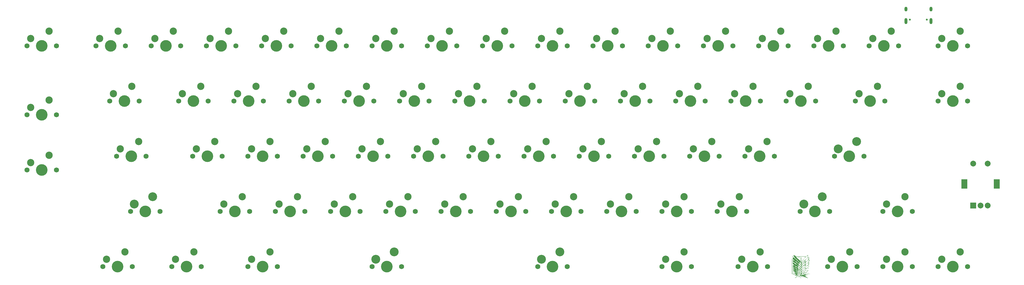
<source format=gbr>
%TF.GenerationSoftware,KiCad,Pcbnew,9.0.2*%
%TF.CreationDate,2025-08-01T12:08:27+09:00*%
%TF.ProjectId,CL70_PCB,434c3730-5f50-4434-922e-6b696361645f,rev?*%
%TF.SameCoordinates,Original*%
%TF.FileFunction,Soldermask,Top*%
%TF.FilePolarity,Negative*%
%FSLAX46Y46*%
G04 Gerber Fmt 4.6, Leading zero omitted, Abs format (unit mm)*
G04 Created by KiCad (PCBNEW 9.0.2) date 2025-08-01 12:08:27*
%MOMM*%
%LPD*%
G01*
G04 APERTURE LIST*
%ADD10C,0.000000*%
%ADD11C,1.750000*%
%ADD12C,4.000000*%
%ADD13C,2.500000*%
%ADD14C,3.050000*%
%ADD15R,2.000000X2.000000*%
%ADD16C,2.000000*%
%ADD17R,2.000000X3.200000*%
%ADD18C,0.650000*%
%ADD19O,1.000000X1.600000*%
%ADD20O,1.000000X2.100000*%
G04 APERTURE END LIST*
D10*
%TO.C,G\u002A\u002A\u002A*%
G36*
X308301542Y-189172936D02*
G01*
X308380034Y-189199379D01*
X308405338Y-189210415D01*
X308499565Y-189253188D01*
X308485810Y-189393260D01*
X308473456Y-189488473D01*
X308458488Y-189542109D01*
X308439594Y-189557018D01*
X308418264Y-189539830D01*
X308391340Y-189498851D01*
X308354667Y-189435700D01*
X308314413Y-189362011D01*
X308276740Y-189289420D01*
X308247816Y-189229561D01*
X308233804Y-189194069D01*
X308233333Y-189190833D01*
X308251138Y-189169916D01*
X308301542Y-189172936D01*
G37*
G36*
X308005585Y-188087701D02*
G01*
X308068518Y-188106583D01*
X308162229Y-188138428D01*
X308281285Y-188180713D01*
X308568205Y-188283649D01*
X308561880Y-188497123D01*
X308557450Y-188599928D01*
X308550614Y-188665555D01*
X308540050Y-188701257D01*
X308524436Y-188714287D01*
X308522222Y-188714664D01*
X308488149Y-188707849D01*
X308424799Y-188686182D01*
X308343167Y-188653610D01*
X308300000Y-188634941D01*
X308111111Y-188551149D01*
X308028780Y-188331130D01*
X307994760Y-188238966D01*
X307967383Y-188162425D01*
X307949970Y-188110937D01*
X307945447Y-188094444D01*
X307949651Y-188083070D01*
X307967830Y-188080343D01*
X308005585Y-188087701D01*
G37*
G36*
X308042127Y-188622293D02*
G01*
X308099936Y-188639261D01*
X308181924Y-188668381D01*
X308279793Y-188706890D01*
X308291178Y-188711583D01*
X308549806Y-188818680D01*
X308535424Y-188959061D01*
X308521913Y-189066262D01*
X308507080Y-189132938D01*
X308489890Y-189163008D01*
X308480955Y-189165631D01*
X308454176Y-189157331D01*
X308399421Y-189136885D01*
X308344444Y-189115108D01*
X308289787Y-189091707D01*
X308249772Y-189067992D01*
X308216802Y-189035341D01*
X308183280Y-188985130D01*
X308141611Y-188908734D01*
X308111632Y-188850807D01*
X308068186Y-188762418D01*
X308035778Y-188688636D01*
X308017982Y-188638153D01*
X308016797Y-188620239D01*
X308042127Y-188622293D01*
G37*
G36*
X307884459Y-187332269D02*
G01*
X307943376Y-187360130D01*
X308027638Y-187402383D01*
X308130396Y-187455605D01*
X308224403Y-187505432D01*
X308566666Y-187688642D01*
X308568366Y-187888765D01*
X308569969Y-187983205D01*
X308572794Y-188064072D01*
X308576336Y-188118533D01*
X308577862Y-188130169D01*
X308578382Y-188180168D01*
X308565180Y-188220078D01*
X308547622Y-188232181D01*
X308523527Y-188222230D01*
X308467707Y-188195816D01*
X308387997Y-188156737D01*
X308292228Y-188108789D01*
X308272463Y-188098787D01*
X308146692Y-188032257D01*
X308054327Y-187974507D01*
X307987562Y-187917672D01*
X307938593Y-187853886D01*
X307899616Y-187775285D01*
X307868897Y-187692088D01*
X307850880Y-187620813D01*
X307839070Y-187538302D01*
X307833810Y-187455897D01*
X307835442Y-187384940D01*
X307844308Y-187336773D01*
X307857736Y-187322222D01*
X307884459Y-187332269D01*
G37*
G36*
X307198596Y-188871562D02*
G01*
X307290142Y-188874912D01*
X307368747Y-188882225D01*
X307446114Y-188895910D01*
X307533946Y-188918374D01*
X307643945Y-188952025D01*
X307736488Y-188982233D01*
X308057176Y-189088277D01*
X308146147Y-189224835D01*
X308196547Y-189298488D01*
X308243899Y-189361439D01*
X308278124Y-189400309D01*
X308278670Y-189400807D01*
X308314667Y-189440693D01*
X308316435Y-189465394D01*
X308282257Y-189475116D01*
X308210412Y-189470065D01*
X308099184Y-189450449D01*
X308015656Y-189432413D01*
X307908019Y-189403303D01*
X307773009Y-189359633D01*
X307623297Y-189306123D01*
X307471553Y-189247492D01*
X307330450Y-189188462D01*
X307212658Y-189133751D01*
X307209110Y-189131971D01*
X307140967Y-189089789D01*
X307074322Y-189035643D01*
X307018135Y-188978613D01*
X306981363Y-188927780D01*
X306972873Y-188892489D01*
X306998030Y-188879313D01*
X307063723Y-188872227D01*
X307171556Y-188871084D01*
X307198596Y-188871562D01*
G37*
G36*
X307518187Y-189416716D02*
G01*
X307520170Y-189416852D01*
X307585549Y-189425020D01*
X307678454Y-189441480D01*
X307790589Y-189464255D01*
X307913661Y-189491367D01*
X308039374Y-189520840D01*
X308159433Y-189550695D01*
X308265542Y-189578955D01*
X308349407Y-189603642D01*
X308402732Y-189622780D01*
X308416324Y-189630486D01*
X308418184Y-189657619D01*
X308408626Y-189715918D01*
X308389642Y-189794173D01*
X308383111Y-189817435D01*
X308333573Y-189988888D01*
X308255675Y-189986116D01*
X308185545Y-189981054D01*
X308099512Y-189971517D01*
X308064491Y-189966733D01*
X307977143Y-189950822D01*
X307891369Y-189930441D01*
X307864491Y-189922595D01*
X307754118Y-189877758D01*
X307644815Y-189816134D01*
X307542846Y-189743421D01*
X307454476Y-189665315D01*
X307385973Y-189587516D01*
X307343600Y-189515719D01*
X307333623Y-189455624D01*
X307336994Y-189442916D01*
X307350399Y-189423866D01*
X307378577Y-189414073D01*
X307431262Y-189412151D01*
X307518187Y-189416716D01*
G37*
G36*
X307999670Y-184938264D02*
G01*
X308046129Y-184981720D01*
X308106593Y-185045585D01*
X308161771Y-185108381D01*
X308294190Y-185255265D01*
X308430056Y-185386719D01*
X308580333Y-185512296D01*
X308755991Y-185641550D01*
X308840118Y-185699330D01*
X308929293Y-185761964D01*
X309001713Y-185817443D01*
X309050880Y-185860443D01*
X309070296Y-185885639D01*
X309070158Y-185887803D01*
X309052764Y-185918930D01*
X309017742Y-185972929D01*
X308971818Y-186040285D01*
X308921717Y-186111480D01*
X308874166Y-186176997D01*
X308835888Y-186227319D01*
X308813610Y-186252929D01*
X308811111Y-186254375D01*
X308788051Y-186243397D01*
X308737803Y-186214870D01*
X308670881Y-186174780D01*
X308665422Y-186171437D01*
X308498607Y-186062905D01*
X308359956Y-185957434D01*
X308235553Y-185843789D01*
X308154991Y-185759395D01*
X308073658Y-185663945D01*
X308016172Y-185577267D01*
X307977338Y-185486642D01*
X307951961Y-185379348D01*
X307934844Y-185242664D01*
X307932246Y-185214042D01*
X307925283Y-185078082D01*
X307931794Y-184984393D01*
X307951776Y-184933008D01*
X307974273Y-184922222D01*
X307999670Y-184938264D01*
G37*
G36*
X311554523Y-189279635D02*
G01*
X311610498Y-189289717D01*
X311631463Y-189314788D01*
X311622121Y-189361610D01*
X311587180Y-189436949D01*
X311579766Y-189451630D01*
X311497923Y-189572270D01*
X311382614Y-189684989D01*
X311244770Y-189779875D01*
X311181769Y-189812501D01*
X311082097Y-189854074D01*
X310972638Y-189891438D01*
X310861202Y-189922956D01*
X310755599Y-189946993D01*
X310663640Y-189961910D01*
X310593134Y-189966071D01*
X310551894Y-189957839D01*
X310544444Y-189946069D01*
X310555061Y-189921949D01*
X310606919Y-189921949D01*
X310681237Y-189908595D01*
X310745029Y-189895629D01*
X310829193Y-189876646D01*
X310885125Y-189863214D01*
X311092624Y-189796204D01*
X311268368Y-189706398D01*
X311409152Y-189595783D01*
X311503362Y-189480007D01*
X311547972Y-189404454D01*
X311563517Y-189357600D01*
X311547843Y-189332774D01*
X311498797Y-189323306D01*
X311452426Y-189322222D01*
X311385409Y-189327386D01*
X311310352Y-189344944D01*
X311216857Y-189377995D01*
X311099634Y-189427386D01*
X311014221Y-189464797D01*
X310950204Y-189494602D01*
X310900842Y-189523240D01*
X310859389Y-189557150D01*
X310819103Y-189602771D01*
X310773240Y-189666542D01*
X310715057Y-189754904D01*
X310647904Y-189858743D01*
X310606919Y-189921949D01*
X310555061Y-189921949D01*
X310555840Y-189920179D01*
X310586787Y-189865432D01*
X310632424Y-189790113D01*
X310682370Y-189711068D01*
X310820295Y-189496663D01*
X311052314Y-189387220D01*
X311156060Y-189339292D01*
X311232826Y-189307831D01*
X311295370Y-189289400D01*
X311356454Y-189280566D01*
X311428836Y-189277893D01*
X311458833Y-189277777D01*
X311554523Y-189279635D01*
G37*
G36*
X311998180Y-188557169D02*
G01*
X312043744Y-188578292D01*
X312055555Y-188606816D01*
X312041250Y-188637405D01*
X312002909Y-188691933D01*
X311947391Y-188762390D01*
X311881556Y-188840766D01*
X311812263Y-188919050D01*
X311746372Y-188989234D01*
X311690743Y-189043307D01*
X311660677Y-189067919D01*
X311626179Y-189086059D01*
X311559540Y-189116297D01*
X311468653Y-189155439D01*
X311361409Y-189200293D01*
X311245702Y-189247666D01*
X311129424Y-189294365D01*
X311020468Y-189337197D01*
X310926726Y-189372970D01*
X310856092Y-189398491D01*
X310816457Y-189410567D01*
X310812298Y-189411111D01*
X310789736Y-189397879D01*
X310788888Y-189393077D01*
X310797621Y-189366890D01*
X310812600Y-189330389D01*
X310879954Y-189330389D01*
X310883551Y-189338091D01*
X310912607Y-189326517D01*
X310975438Y-189301465D01*
X311064539Y-189265929D01*
X311172406Y-189222901D01*
X311255555Y-189189729D01*
X311396655Y-189132246D01*
X311505840Y-189083166D01*
X311592936Y-189035637D01*
X311667772Y-188982807D01*
X311740177Y-188917824D01*
X311819979Y-188833837D01*
X311906780Y-188735727D01*
X312020985Y-188604788D01*
X311899381Y-188615828D01*
X311816581Y-188631856D01*
X311699880Y-188668273D01*
X311547539Y-188725668D01*
X311415315Y-188780100D01*
X311052852Y-188933333D01*
X310954422Y-189141182D01*
X310916562Y-189225295D01*
X310890818Y-189290921D01*
X310879954Y-189330389D01*
X310812600Y-189330389D01*
X310821395Y-189308959D01*
X310856569Y-189227867D01*
X310899156Y-189132966D01*
X311009423Y-188890889D01*
X311271378Y-188784344D01*
X311380595Y-188739458D01*
X311483365Y-188696397D01*
X311568019Y-188660100D01*
X311622222Y-188635823D01*
X311729891Y-188592717D01*
X311833566Y-188564896D01*
X311925558Y-188552875D01*
X311998180Y-188557169D01*
G37*
G36*
X312143286Y-187828678D02*
G01*
X312160040Y-187848119D01*
X312158670Y-187900014D01*
X312127805Y-187975210D01*
X312071328Y-188067657D01*
X311993117Y-188171304D01*
X311897054Y-188280101D01*
X311855989Y-188322222D01*
X311666666Y-188511111D01*
X311320355Y-188627777D01*
X311180696Y-188674467D01*
X311077607Y-188707811D01*
X311005716Y-188729159D01*
X310959646Y-188739861D01*
X310934025Y-188741266D01*
X310923478Y-188734724D01*
X310922150Y-188727777D01*
X310930837Y-188702488D01*
X310950274Y-188655418D01*
X311015528Y-188655418D01*
X311016179Y-188672779D01*
X311016913Y-188672600D01*
X311046849Y-188662273D01*
X311110646Y-188640431D01*
X311200090Y-188609879D01*
X311306970Y-188573426D01*
X311355555Y-188556870D01*
X311666666Y-188450883D01*
X311826078Y-188286671D01*
X311900630Y-188204401D01*
X311973059Y-188114949D01*
X312037283Y-188026943D01*
X312087219Y-187949014D01*
X312116786Y-187889793D01*
X312122222Y-187866457D01*
X312102441Y-187857867D01*
X312049891Y-187859191D01*
X311974756Y-187868936D01*
X311887222Y-187885610D01*
X311797476Y-187907722D01*
X311755555Y-187920161D01*
X311676909Y-187950359D01*
X311576611Y-187996268D01*
X311470829Y-188050257D01*
X311418647Y-188079206D01*
X311215072Y-188195969D01*
X311102227Y-188439156D01*
X311061209Y-188531335D01*
X311031424Y-188605846D01*
X311015528Y-188655418D01*
X310950274Y-188655418D01*
X310954714Y-188644665D01*
X310990424Y-188562163D01*
X311034610Y-188462839D01*
X311048735Y-188431556D01*
X311094838Y-188329531D01*
X311131821Y-188252858D01*
X311166621Y-188194867D01*
X311206171Y-188148886D01*
X311257410Y-188108245D01*
X311327271Y-188066273D01*
X311422692Y-188016298D01*
X311544444Y-187954771D01*
X311664409Y-187901037D01*
X311786308Y-187858659D01*
X311902642Y-187828935D01*
X312005914Y-187813164D01*
X312088628Y-187812646D01*
X312143286Y-187828678D01*
G37*
G36*
X311037366Y-188272922D02*
G01*
X311033792Y-188298088D01*
X311010972Y-188354900D01*
X310972035Y-188436601D01*
X310920108Y-188536433D01*
X310889152Y-188593016D01*
X310721818Y-188893990D01*
X310283131Y-189074885D01*
X310121331Y-189141088D01*
X309996455Y-189190882D01*
X309904687Y-189225620D01*
X309842210Y-189246656D01*
X309805206Y-189255340D01*
X309789859Y-189253026D01*
X309788896Y-189250000D01*
X309796934Y-189228591D01*
X309818857Y-189174220D01*
X309824631Y-189160148D01*
X309884655Y-189160148D01*
X309899872Y-189161654D01*
X309949064Y-189147813D01*
X310025416Y-189120931D01*
X310122112Y-189083310D01*
X310170214Y-189063588D01*
X310287372Y-189015009D01*
X310400049Y-188968603D01*
X310496938Y-188929007D01*
X310566734Y-188900856D01*
X310577777Y-188896483D01*
X310625977Y-188875934D01*
X310663195Y-188853089D01*
X310696194Y-188820098D01*
X310731734Y-188769111D01*
X310776580Y-188692277D01*
X310817600Y-188618050D01*
X310866496Y-188526682D01*
X310905137Y-188450207D01*
X310929704Y-188396499D01*
X310936378Y-188373435D01*
X310936278Y-188373315D01*
X310914220Y-188379552D01*
X310858315Y-188402708D01*
X310774593Y-188440074D01*
X310669083Y-188488940D01*
X310547814Y-188546598D01*
X310509740Y-188564974D01*
X310383648Y-188625442D01*
X310270325Y-188678664D01*
X310176121Y-188721751D01*
X310107385Y-188751810D01*
X310070465Y-188765952D01*
X310066761Y-188766666D01*
X310047342Y-188785984D01*
X310017861Y-188837641D01*
X309983409Y-188912198D01*
X309967918Y-188950000D01*
X309934176Y-189035393D01*
X309906080Y-189106345D01*
X309888064Y-189151662D01*
X309884655Y-189160148D01*
X309824631Y-189160148D01*
X309851391Y-189094924D01*
X309891259Y-188998738D01*
X309894451Y-188991071D01*
X309939793Y-188884101D01*
X309973820Y-188810913D01*
X310001484Y-188763931D01*
X310027738Y-188735575D01*
X310057533Y-188718267D01*
X310077777Y-188710518D01*
X310120609Y-188692631D01*
X310195976Y-188658137D01*
X310296728Y-188610433D01*
X310415714Y-188552918D01*
X310545782Y-188488991D01*
X310586900Y-188468569D01*
X310716717Y-188405199D01*
X310831968Y-188351371D01*
X310926917Y-188309575D01*
X310995827Y-188282305D01*
X311032960Y-188272051D01*
X311037366Y-188272922D01*
G37*
G36*
X311100335Y-187511318D02*
G01*
X311098842Y-187534742D01*
X311082479Y-187591784D01*
X311053700Y-187675134D01*
X311014959Y-187777482D01*
X310990305Y-187839196D01*
X310861639Y-188155555D01*
X310397486Y-188393403D01*
X310265643Y-188460656D01*
X310146936Y-188520625D01*
X310047082Y-188570468D01*
X309971798Y-188607345D01*
X309926801Y-188628414D01*
X309916666Y-188632292D01*
X309900934Y-188615708D01*
X309899615Y-188605555D01*
X309905107Y-188565343D01*
X309911086Y-188538888D01*
X309967047Y-188538888D01*
X309970708Y-188542605D01*
X309985769Y-188539226D01*
X310017001Y-188526546D01*
X310069177Y-188502360D01*
X310147069Y-188464464D01*
X310255448Y-188410652D01*
X310385210Y-188345682D01*
X310507905Y-188283294D01*
X310617549Y-188225965D01*
X310707668Y-188177206D01*
X310771790Y-188140532D01*
X310803442Y-188119455D01*
X310804949Y-188117905D01*
X310820902Y-188089310D01*
X310848301Y-188031682D01*
X310883115Y-187954429D01*
X310921311Y-187866954D01*
X310958857Y-187778665D01*
X310991720Y-187698966D01*
X311015869Y-187637263D01*
X311027270Y-187602963D01*
X311027390Y-187599043D01*
X311007725Y-187608789D01*
X310956553Y-187638272D01*
X310880069Y-187683692D01*
X310784468Y-187741252D01*
X310675944Y-187807153D01*
X310560693Y-187877598D01*
X310444909Y-187948788D01*
X310334787Y-188016924D01*
X310236523Y-188078209D01*
X310156310Y-188128844D01*
X310100345Y-188165031D01*
X310074821Y-188182972D01*
X310074475Y-188183302D01*
X310061783Y-188210347D01*
X310041784Y-188267327D01*
X310018425Y-188341181D01*
X309995651Y-188418849D01*
X309977409Y-188487268D01*
X309967643Y-188533378D01*
X309967047Y-188538888D01*
X309911086Y-188538888D01*
X309920202Y-188498548D01*
X309941858Y-188415619D01*
X309967034Y-188327000D01*
X309992687Y-188243140D01*
X310015777Y-188174485D01*
X310033260Y-188131482D01*
X310040350Y-188122222D01*
X310063767Y-188111092D01*
X310119923Y-188079711D01*
X310203688Y-188031087D01*
X310309931Y-187968233D01*
X310433522Y-187894158D01*
X310569330Y-187811872D01*
X310570744Y-187811011D01*
X310706456Y-187729168D01*
X310829988Y-187656228D01*
X310936236Y-187595080D01*
X311020096Y-187548611D01*
X311076465Y-187519711D01*
X311100239Y-187511266D01*
X311100335Y-187511318D01*
G37*
G36*
X306872222Y-187622114D02*
G01*
X306912088Y-187631451D01*
X306982525Y-187641938D01*
X307069769Y-187651592D01*
X307088888Y-187653323D01*
X307173802Y-187662047D01*
X307237331Y-187674454D01*
X307293641Y-187696061D01*
X307356896Y-187732380D01*
X307441263Y-187788928D01*
X307446555Y-187792568D01*
X307539568Y-187852166D01*
X307634607Y-187905784D01*
X307716120Y-187944890D01*
X307742520Y-187954916D01*
X307826663Y-187991587D01*
X307874244Y-188032269D01*
X307879089Y-188041179D01*
X307894979Y-188088963D01*
X307914204Y-188162235D01*
X307934444Y-188249810D01*
X307953380Y-188340504D01*
X307968693Y-188423132D01*
X307978062Y-188486509D01*
X307979169Y-188519451D01*
X307978577Y-188520928D01*
X307951282Y-188528026D01*
X307894751Y-188523892D01*
X307822147Y-188510618D01*
X307746635Y-188490298D01*
X307713584Y-188478795D01*
X307665810Y-188464533D01*
X307639623Y-188464098D01*
X307639409Y-188464293D01*
X307653356Y-188475271D01*
X307699634Y-188493924D01*
X307759158Y-188513390D01*
X307832600Y-188538067D01*
X307889885Y-188561904D01*
X307914019Y-188576252D01*
X307931757Y-188604620D01*
X307960917Y-188662554D01*
X307996411Y-188738589D01*
X308033151Y-188821258D01*
X308066047Y-188899095D01*
X308090013Y-188960633D01*
X308099959Y-188994406D01*
X308100000Y-188995358D01*
X308096155Y-189004681D01*
X308079672Y-189007753D01*
X308043125Y-189003686D01*
X307979087Y-188991589D01*
X307880134Y-188970572D01*
X307864073Y-188967085D01*
X307716857Y-188931141D01*
X307565613Y-188887305D01*
X307419533Y-188838862D01*
X307287807Y-188789098D01*
X307179625Y-188741298D01*
X307104176Y-188698747D01*
X307095176Y-188692203D01*
X307014269Y-188619544D01*
X306946301Y-188538597D01*
X306895268Y-188457025D01*
X306865167Y-188382493D01*
X306859992Y-188322666D01*
X306883177Y-188285551D01*
X306918147Y-188277839D01*
X306983401Y-188273969D01*
X307064882Y-188274770D01*
X307065731Y-188274805D01*
X307156459Y-188282312D01*
X307236233Y-188299806D01*
X307322856Y-188332258D01*
X307400842Y-188368343D01*
X307501631Y-188415816D01*
X307566951Y-188443762D01*
X307595891Y-188452135D01*
X307587543Y-188440888D01*
X307540997Y-188409976D01*
X307477656Y-188372222D01*
X307375492Y-188302953D01*
X307261811Y-188209761D01*
X307146780Y-188102575D01*
X307040567Y-187991328D01*
X306953337Y-187885950D01*
X306903232Y-187811111D01*
X306856809Y-187720265D01*
X306835407Y-187656409D01*
X306839493Y-187622395D01*
X306869534Y-187621071D01*
X306872222Y-187622114D01*
G37*
G36*
X307054990Y-183297085D02*
G01*
X307106900Y-183321338D01*
X307167087Y-183355815D01*
X307256517Y-183404181D01*
X307355197Y-183447616D01*
X307410780Y-183467096D01*
X307482566Y-183488553D01*
X307538665Y-183505394D01*
X307560509Y-183512011D01*
X307586948Y-183532817D01*
X307630398Y-183579452D01*
X307681563Y-183641920D01*
X307682731Y-183643431D01*
X307777777Y-183766497D01*
X308400000Y-183764898D01*
X308549845Y-183764240D01*
X308736632Y-183762980D01*
X308952863Y-183761191D01*
X309191041Y-183758948D01*
X309443667Y-183756324D01*
X309703244Y-183753395D01*
X309962275Y-183750234D01*
X310205026Y-183747029D01*
X311387830Y-183730759D01*
X311549470Y-183574992D01*
X311645110Y-183489890D01*
X311739122Y-183418802D01*
X311824477Y-183365979D01*
X311894146Y-183335672D01*
X311941099Y-183332130D01*
X311946738Y-183334750D01*
X311956852Y-183362763D01*
X311960838Y-183421382D01*
X311959284Y-183497280D01*
X311952779Y-183577132D01*
X311941911Y-183647610D01*
X311931200Y-183686433D01*
X311930865Y-183699796D01*
X311945685Y-183709558D01*
X311981653Y-183716464D01*
X312044761Y-183721259D01*
X312141003Y-183724688D01*
X312258960Y-183727187D01*
X312600000Y-183733333D01*
X312605862Y-186741798D01*
X312606616Y-187211859D01*
X312606977Y-187644581D01*
X312606948Y-188039313D01*
X312606532Y-188395408D01*
X312605734Y-188712214D01*
X312604556Y-188989085D01*
X312603002Y-189225369D01*
X312601075Y-189420419D01*
X312598779Y-189573585D01*
X312596117Y-189684218D01*
X312593092Y-189751669D01*
X312589912Y-189775131D01*
X312565774Y-189790304D01*
X312506256Y-189822953D01*
X312415785Y-189870784D01*
X312298788Y-189931504D01*
X312159691Y-190002819D01*
X312002920Y-190082436D01*
X311832902Y-190168062D01*
X311791343Y-190188888D01*
X311619907Y-190274986D01*
X311461550Y-190355029D01*
X311320539Y-190426822D01*
X311201143Y-190488169D01*
X311107628Y-190536874D01*
X311044263Y-190570741D01*
X311015315Y-190587575D01*
X311013952Y-190588888D01*
X311031641Y-190603566D01*
X311081472Y-190638351D01*
X311158009Y-190689618D01*
X311255816Y-190753744D01*
X311369457Y-190827103D01*
X311413949Y-190855555D01*
X311558066Y-190948675D01*
X311668065Y-191023038D01*
X311748206Y-191082303D01*
X311802750Y-191130129D01*
X311835956Y-191170173D01*
X311852084Y-191206095D01*
X311855555Y-191234779D01*
X311851603Y-191246461D01*
X311837008Y-191251405D01*
X311807660Y-191248343D01*
X311759449Y-191236005D01*
X311688267Y-191213122D01*
X311590004Y-191178426D01*
X311460551Y-191130646D01*
X311295798Y-191068514D01*
X311203266Y-191033333D01*
X311050559Y-190975630D01*
X310910492Y-190923571D01*
X310788689Y-190879177D01*
X310690772Y-190844469D01*
X310622363Y-190821467D01*
X310589085Y-190812193D01*
X310587665Y-190812099D01*
X310559657Y-190822062D01*
X310497868Y-190849550D01*
X310408067Y-190891814D01*
X310296024Y-190946104D01*
X310167507Y-191009669D01*
X310062041Y-191062655D01*
X309568526Y-191312221D01*
X309047482Y-191051518D01*
X308526438Y-190790815D01*
X308029885Y-191011884D01*
X307891667Y-191073136D01*
X307766890Y-191127889D01*
X307661289Y-191173672D01*
X307580597Y-191208012D01*
X307530549Y-191228438D01*
X307516666Y-191233143D01*
X307499755Y-191219361D01*
X307506937Y-191188400D01*
X307533447Y-191156885D01*
X307539770Y-191152520D01*
X307567297Y-191131601D01*
X307621336Y-191087717D01*
X307635511Y-191075973D01*
X307719790Y-191075973D01*
X307731400Y-191074305D01*
X307762142Y-191063578D01*
X307815253Y-191042446D01*
X307893970Y-191009566D01*
X308001530Y-190963593D01*
X308141170Y-190903184D01*
X308316128Y-190826995D01*
X308449099Y-190768908D01*
X308460121Y-190764089D01*
X308611111Y-190764089D01*
X308629866Y-190776369D01*
X308681722Y-190805190D01*
X308760059Y-190847146D01*
X308858259Y-190898834D01*
X308969705Y-190956850D01*
X309087779Y-191017787D01*
X309205861Y-191078242D01*
X309317335Y-191134810D01*
X309415583Y-191184086D01*
X309493986Y-191222667D01*
X309545925Y-191247146D01*
X309563983Y-191254290D01*
X309585295Y-191244977D01*
X309640546Y-191218156D01*
X309724141Y-191176619D01*
X309830480Y-191123161D01*
X309953967Y-191060574D01*
X310036205Y-191018656D01*
X310167123Y-190951190D01*
X310283723Y-190889960D01*
X310380511Y-190837947D01*
X310451990Y-190798130D01*
X310492663Y-190773492D01*
X310500000Y-190767159D01*
X310480631Y-190753231D01*
X310430446Y-190732113D01*
X310376444Y-190713613D01*
X310308778Y-190687805D01*
X310268404Y-190663167D01*
X310261468Y-190648928D01*
X310285505Y-190635817D01*
X310344063Y-190619044D01*
X310427538Y-190600267D01*
X310526327Y-190581148D01*
X310630824Y-190563345D01*
X310731428Y-190548518D01*
X310818533Y-190538326D01*
X310882536Y-190534430D01*
X310910221Y-190536821D01*
X310939758Y-190532181D01*
X311001982Y-190509444D01*
X311098040Y-190468086D01*
X311229079Y-190407583D01*
X311396247Y-190327411D01*
X311600689Y-190227044D01*
X311749110Y-190153225D01*
X312544444Y-189756049D01*
X312544444Y-186760110D01*
X312544444Y-183764172D01*
X312220148Y-183770975D01*
X311895853Y-183777777D01*
X311843423Y-183906743D01*
X311790993Y-184035709D01*
X312035387Y-184031819D01*
X312135247Y-184031366D01*
X312217900Y-184033127D01*
X312273730Y-184036763D01*
X312292816Y-184040965D01*
X312296307Y-184065927D01*
X312299134Y-184129062D01*
X312301192Y-184224102D01*
X312302373Y-184344778D01*
X312302573Y-184484821D01*
X312302093Y-184587877D01*
X312298335Y-185121755D01*
X312358555Y-185098859D01*
X312427740Y-185082773D01*
X312466350Y-185098776D01*
X312474392Y-185146915D01*
X312451869Y-185227232D01*
X312398786Y-185339773D01*
X312386307Y-185362871D01*
X312294837Y-185529534D01*
X312301165Y-185798100D01*
X312303524Y-185940275D01*
X312304672Y-186102065D01*
X312304492Y-186258654D01*
X312303747Y-186336185D01*
X312300000Y-186605705D01*
X312157258Y-186596373D01*
X312014517Y-186587041D01*
X311948734Y-186682409D01*
X311900684Y-186747034D01*
X311853851Y-186802165D01*
X311835919Y-186820110D01*
X311801552Y-186857875D01*
X311788888Y-186883849D01*
X311810223Y-186892315D01*
X311870923Y-186897278D01*
X311966028Y-186898518D01*
X312072222Y-186896419D01*
X312355555Y-186887583D01*
X312349580Y-188210458D01*
X312348334Y-188449385D01*
X312346833Y-188675385D01*
X312345126Y-188884488D01*
X312343260Y-189072727D01*
X312341282Y-189236135D01*
X312339240Y-189370744D01*
X312337183Y-189472586D01*
X312335157Y-189537694D01*
X312333318Y-189561872D01*
X312311228Y-189579100D01*
X312254560Y-189612450D01*
X312168878Y-189658958D01*
X312059743Y-189715662D01*
X311932717Y-189779598D01*
X311828183Y-189830938D01*
X311673375Y-189907514D01*
X311540113Y-189976096D01*
X311432714Y-190034313D01*
X311355497Y-190079795D01*
X311312781Y-190110172D01*
X311306480Y-190117283D01*
X311264468Y-190165244D01*
X311192483Y-190224277D01*
X311101137Y-190287339D01*
X311001043Y-190347388D01*
X310902812Y-190397380D01*
X310853177Y-190418130D01*
X310760019Y-190450183D01*
X310645347Y-190485369D01*
X310531007Y-190517052D01*
X310509069Y-190522643D01*
X310345345Y-190574823D01*
X310149896Y-190657353D01*
X310000000Y-190730264D01*
X309892521Y-190784849D01*
X309799068Y-190832236D01*
X309726790Y-190868807D01*
X309682836Y-190890941D01*
X309673145Y-190895734D01*
X309665278Y-190878748D01*
X309657923Y-190827095D01*
X309652305Y-190750550D01*
X309650923Y-190718210D01*
X309644444Y-190533333D01*
X309550000Y-190526500D01*
X309455555Y-190519666D01*
X309455555Y-190720944D01*
X309454745Y-190809331D01*
X309452575Y-190877958D01*
X309449434Y-190916938D01*
X309447633Y-190922222D01*
X309425828Y-190913161D01*
X309371437Y-190888292D01*
X309291920Y-190851085D01*
X309194735Y-190805009D01*
X309160977Y-190788888D01*
X309057904Y-190740434D01*
X308968173Y-190699846D01*
X308899853Y-190670656D01*
X308861011Y-190656395D01*
X308856352Y-190655555D01*
X308820848Y-190663775D01*
X308765069Y-190684329D01*
X308702935Y-190711057D01*
X308648366Y-190737797D01*
X308615282Y-190758390D01*
X308611111Y-190764089D01*
X308460121Y-190764089D01*
X308802636Y-190614338D01*
X308933333Y-190614338D01*
X309144444Y-190722706D01*
X309233869Y-190767438D01*
X309310124Y-190803413D01*
X309363711Y-190826278D01*
X309383333Y-190832204D01*
X309399546Y-190816560D01*
X309408537Y-190765132D01*
X309411111Y-190681344D01*
X309409777Y-190599906D01*
X309403361Y-190551325D01*
X309388239Y-190524035D01*
X309360787Y-190506474D01*
X309355555Y-190504043D01*
X309311161Y-190475048D01*
X309305596Y-190441386D01*
X309338943Y-190395855D01*
X309356996Y-190378388D01*
X309396717Y-190329584D01*
X309397500Y-190325753D01*
X309455555Y-190325753D01*
X309527777Y-190310310D01*
X309586523Y-190292989D01*
X309627417Y-190272777D01*
X309627777Y-190272490D01*
X309652865Y-190233357D01*
X309655555Y-190217028D01*
X309645579Y-190196082D01*
X309608887Y-190193645D01*
X309577777Y-190198533D01*
X309527969Y-190204362D01*
X309505377Y-190194192D01*
X309509589Y-190162312D01*
X309528026Y-190126579D01*
X309589035Y-190126579D01*
X309608068Y-190129357D01*
X309657336Y-190120318D01*
X309705555Y-190107375D01*
X309772273Y-190087580D01*
X309868924Y-190058944D01*
X309982819Y-190025227D01*
X310101269Y-189990186D01*
X310107169Y-189988441D01*
X310212433Y-189956885D01*
X310300962Y-189929531D01*
X310364742Y-189908919D01*
X310395760Y-189897584D01*
X310397434Y-189896534D01*
X310412156Y-189875927D01*
X310445444Y-189829530D01*
X310487368Y-189771177D01*
X310529160Y-189709939D01*
X310556243Y-189664150D01*
X310562741Y-189644222D01*
X310540280Y-189649243D01*
X310482707Y-189668515D01*
X310396183Y-189699793D01*
X310286864Y-189740834D01*
X310160912Y-189789392D01*
X310114502Y-189807566D01*
X309963031Y-189867805D01*
X309847817Y-189915537D01*
X309763361Y-189953477D01*
X309704164Y-189984341D01*
X309664726Y-190010844D01*
X309639549Y-190035700D01*
X309632344Y-190045632D01*
X309603422Y-190093448D01*
X309589304Y-190124520D01*
X309589035Y-190126579D01*
X309528026Y-190126579D01*
X309540189Y-190103007D01*
X309567555Y-190057541D01*
X309600414Y-190000921D01*
X309619947Y-189953104D01*
X309629041Y-189899768D01*
X309630583Y-189826593D01*
X309628667Y-189754427D01*
X309628210Y-189740726D01*
X309716687Y-189740726D01*
X309717911Y-189744444D01*
X309742584Y-189736809D01*
X309802236Y-189715500D01*
X309890408Y-189682911D01*
X310000639Y-189641434D01*
X310126470Y-189593463D01*
X310155804Y-189582199D01*
X310577777Y-189419954D01*
X310664186Y-189270459D01*
X310703884Y-189199026D01*
X310731560Y-189143848D01*
X310742380Y-189114727D01*
X310741963Y-189112732D01*
X310720275Y-189117970D01*
X310664185Y-189135839D01*
X310581044Y-189163738D01*
X310478204Y-189199071D01*
X310363017Y-189239238D01*
X310242835Y-189281641D01*
X310125009Y-189323682D01*
X310016891Y-189362763D01*
X309925834Y-189396285D01*
X309859188Y-189421649D01*
X309824306Y-189436258D01*
X309821093Y-189438196D01*
X309806965Y-189464748D01*
X309785932Y-189517453D01*
X309762192Y-189583857D01*
X309739941Y-189651506D01*
X309723373Y-189707947D01*
X309716687Y-189740726D01*
X309628210Y-189740726D01*
X309622222Y-189561105D01*
X309538888Y-189711259D01*
X309489924Y-189803562D01*
X309463741Y-189865302D01*
X309458654Y-189903020D01*
X309472976Y-189923254D01*
X309483071Y-189927690D01*
X309499148Y-189943049D01*
X309491048Y-189978813D01*
X309483071Y-189997254D01*
X309467920Y-190052810D01*
X309457926Y-190132210D01*
X309455555Y-190191700D01*
X309455555Y-190325753D01*
X309397500Y-190325753D01*
X309408396Y-190272443D01*
X309406996Y-190240560D01*
X309402975Y-190191700D01*
X309400000Y-190155555D01*
X309300038Y-190326519D01*
X309249100Y-190410679D01*
X309208336Y-190466278D01*
X309166944Y-190503938D01*
X309114119Y-190534280D01*
X309066705Y-190555911D01*
X308933333Y-190614338D01*
X308802636Y-190614338D01*
X309155555Y-190460038D01*
X309283333Y-190244760D01*
X309334261Y-190158302D01*
X309375553Y-190086961D01*
X309402643Y-190038707D01*
X309411111Y-190021642D01*
X309392012Y-190028798D01*
X309338209Y-190052986D01*
X309254937Y-190091747D01*
X309147435Y-190142622D01*
X309020939Y-190203151D01*
X308890559Y-190266089D01*
X308370008Y-190518374D01*
X308051670Y-190790222D01*
X307951363Y-190875877D01*
X307863043Y-190951292D01*
X307792126Y-191011841D01*
X307744028Y-191052900D01*
X307724167Y-191069845D01*
X307724074Y-191069923D01*
X307719790Y-191075973D01*
X307635511Y-191075973D01*
X307694725Y-191026916D01*
X307780303Y-190955244D01*
X307870912Y-190878745D01*
X307959389Y-190803466D01*
X308038574Y-190735453D01*
X308101308Y-190680752D01*
X308140429Y-190645408D01*
X308140880Y-190644979D01*
X308142225Y-190634816D01*
X308128034Y-190618615D01*
X308095283Y-190594673D01*
X308040948Y-190561285D01*
X307962004Y-190516746D01*
X307855428Y-190459353D01*
X307718195Y-190387400D01*
X307547282Y-190299184D01*
X307339665Y-190193000D01*
X307332311Y-190189250D01*
X307153140Y-190098160D01*
X306985642Y-190013494D01*
X306834082Y-189937372D01*
X306702728Y-189871915D01*
X306595843Y-189819243D01*
X306517695Y-189781476D01*
X306472548Y-189760735D01*
X306463428Y-189757366D01*
X306423895Y-189739395D01*
X306416441Y-189731997D01*
X306413581Y-189706423D01*
X306412993Y-189688888D01*
X306466946Y-189688888D01*
X307333473Y-190126649D01*
X307515559Y-190218389D01*
X307685743Y-190303655D01*
X307839861Y-190380394D01*
X307973752Y-190446558D01*
X308083253Y-190500096D01*
X308164203Y-190538956D01*
X308212439Y-190561090D01*
X308224333Y-190565538D01*
X308256178Y-190551395D01*
X308288375Y-190522789D01*
X308334604Y-190483844D01*
X308369597Y-190465736D01*
X308406603Y-190445057D01*
X308405231Y-190421694D01*
X308371222Y-190398334D01*
X308310318Y-190377660D01*
X308292386Y-190374316D01*
X308426168Y-190374316D01*
X308443423Y-190384321D01*
X308470561Y-190385285D01*
X308512410Y-190375405D01*
X308573796Y-190352876D01*
X308659548Y-190315892D01*
X308774493Y-190262649D01*
X308923459Y-190191342D01*
X308950467Y-190178283D01*
X309078560Y-190115728D01*
X309192768Y-190058878D01*
X309287128Y-190010791D01*
X309355675Y-189974524D01*
X309392445Y-189953133D01*
X309396909Y-189949445D01*
X309397266Y-189916517D01*
X309392978Y-189908112D01*
X309368485Y-189910173D01*
X309307722Y-189931811D01*
X309213667Y-189971745D01*
X309089296Y-190028696D01*
X308937586Y-190101382D01*
X308894687Y-190122379D01*
X308761379Y-190188733D01*
X308643351Y-190249127D01*
X308545842Y-190300742D01*
X308474094Y-190340759D01*
X308433345Y-190366363D01*
X308426168Y-190374316D01*
X308292386Y-190374316D01*
X308228260Y-190362358D01*
X308133159Y-190355168D01*
X307989424Y-190340338D01*
X307876475Y-190306628D01*
X307785319Y-190257617D01*
X307705159Y-190198819D01*
X307644938Y-190138281D01*
X307613600Y-190084047D01*
X307611111Y-190067909D01*
X307606351Y-190048816D01*
X307588819Y-190027931D01*
X307553634Y-190002381D01*
X307495913Y-189969296D01*
X307410778Y-189925803D01*
X307293346Y-189869032D01*
X307190073Y-189820211D01*
X307063425Y-189759431D01*
X306950657Y-189702978D01*
X306857970Y-189654149D01*
X306791567Y-189616241D01*
X306757649Y-189592549D01*
X306754808Y-189588888D01*
X306752041Y-189561187D01*
X306749036Y-189493023D01*
X306745871Y-189388375D01*
X306742625Y-189251223D01*
X306739376Y-189085547D01*
X306736203Y-188895328D01*
X306733183Y-188684545D01*
X306730395Y-188457177D01*
X306728024Y-188228568D01*
X306725458Y-187933128D01*
X306723781Y-187679673D01*
X306723016Y-187465754D01*
X306723189Y-187288920D01*
X306724151Y-187168344D01*
X306778056Y-187168344D01*
X306778115Y-187267979D01*
X306778511Y-187399999D01*
X306779227Y-187560386D01*
X306780247Y-187745121D01*
X306781552Y-187950185D01*
X306783127Y-188171559D01*
X306784300Y-188323940D01*
X306794087Y-189558991D01*
X307253464Y-189787847D01*
X307404126Y-189862391D01*
X307520772Y-189918614D01*
X307608822Y-189958697D01*
X307673695Y-189984817D01*
X307720809Y-189999154D01*
X307755583Y-190003887D01*
X307783437Y-190001196D01*
X307783803Y-190001116D01*
X307840447Y-189996764D01*
X307923840Y-189999773D01*
X308017020Y-190009461D01*
X308027382Y-190010941D01*
X308142433Y-190027648D01*
X308220534Y-190040640D01*
X308268455Y-190054186D01*
X308292967Y-190072554D01*
X308300843Y-190100016D01*
X308298851Y-190140839D01*
X308295199Y-190179807D01*
X308292080Y-190256040D01*
X308299981Y-190299970D01*
X308320316Y-190322484D01*
X308355633Y-190340227D01*
X308366666Y-190343495D01*
X308378684Y-190324296D01*
X308401369Y-190272630D01*
X308406397Y-190259825D01*
X308459480Y-190259825D01*
X308476330Y-190255179D01*
X308526427Y-190234118D01*
X308603113Y-190199795D01*
X308699727Y-190155361D01*
X308809612Y-190103966D01*
X308926108Y-190048763D01*
X309042556Y-189992903D01*
X309152297Y-189939536D01*
X309248671Y-189891815D01*
X309325021Y-189852890D01*
X309366666Y-189830507D01*
X309439022Y-189768934D01*
X309509614Y-189668515D01*
X309517537Y-189654487D01*
X309552227Y-189588707D01*
X309574034Y-189541347D01*
X309578441Y-189522258D01*
X309578167Y-189522222D01*
X309562614Y-189527240D01*
X309525206Y-189543216D01*
X309462990Y-189571530D01*
X309373015Y-189613562D01*
X309252329Y-189670694D01*
X309097979Y-189744306D01*
X308907016Y-189835778D01*
X308877777Y-189849806D01*
X308555555Y-190004434D01*
X308511111Y-190123818D01*
X308485689Y-190191667D01*
X308466521Y-190242027D01*
X308459480Y-190259825D01*
X308406397Y-190259825D01*
X308430686Y-190197972D01*
X308444444Y-190160837D01*
X308511111Y-189977777D01*
X308942966Y-189765544D01*
X309070294Y-189702000D01*
X309183557Y-189643627D01*
X309276823Y-189593633D01*
X309344159Y-189555230D01*
X309379632Y-189531626D01*
X309383531Y-189527184D01*
X309368012Y-189525888D01*
X309316575Y-189543039D01*
X309232955Y-189577015D01*
X309120890Y-189626196D01*
X308984117Y-189688960D01*
X308826372Y-189763687D01*
X308722222Y-189814073D01*
X308643940Y-189849421D01*
X308580738Y-189872758D01*
X308543015Y-189880432D01*
X308537849Y-189878831D01*
X308534245Y-189850505D01*
X308542160Y-189793450D01*
X308593727Y-189793450D01*
X308594934Y-189811111D01*
X308616727Y-189802089D01*
X308673135Y-189776744D01*
X308758551Y-189737650D01*
X308867364Y-189687386D01*
X308993967Y-189628527D01*
X309090876Y-189583263D01*
X309282790Y-189493456D01*
X309455555Y-189493456D01*
X309466143Y-189507134D01*
X309502331Y-189497715D01*
X309544444Y-189477777D01*
X309598005Y-189446027D01*
X309629666Y-189418706D01*
X309633333Y-189410659D01*
X309629790Y-189393544D01*
X309612427Y-189392440D01*
X309571142Y-189408943D01*
X309534087Y-189426338D01*
X309483818Y-189457228D01*
X309456953Y-189487218D01*
X309455555Y-189493456D01*
X309282790Y-189493456D01*
X309577777Y-189355415D01*
X309670911Y-189166596D01*
X309711398Y-189083209D01*
X309743290Y-189015055D01*
X309762148Y-188971749D01*
X309765355Y-188962017D01*
X309747480Y-188968962D01*
X309696290Y-188996273D01*
X309616468Y-189041262D01*
X309512698Y-189101242D01*
X309389664Y-189173525D01*
X309252048Y-189255425D01*
X309209762Y-189280783D01*
X309026300Y-189392312D01*
X308876458Y-189486244D01*
X308761468Y-189561758D01*
X308682560Y-189618036D01*
X308640967Y-189654260D01*
X308634952Y-189663210D01*
X308607573Y-189741769D01*
X308593727Y-189793450D01*
X308542160Y-189793450D01*
X308542257Y-189792751D01*
X308558498Y-189724404D01*
X308596855Y-189586444D01*
X308992871Y-189348875D01*
X309145168Y-189255877D01*
X309259413Y-189182342D01*
X309337016Y-189127288D01*
X309379385Y-189089729D01*
X309388888Y-189072319D01*
X309383537Y-189039223D01*
X309378657Y-189034400D01*
X309433333Y-189034400D01*
X309435734Y-189064997D01*
X309448746Y-189074130D01*
X309481081Y-189060825D01*
X309541451Y-189024110D01*
X309544886Y-189021943D01*
X309605477Y-188975285D01*
X309631105Y-188930544D01*
X309633333Y-188909764D01*
X309633333Y-188853420D01*
X309533333Y-188922222D01*
X309469944Y-188974092D01*
X309436587Y-189019646D01*
X309433333Y-189034400D01*
X309378657Y-189034400D01*
X309377578Y-189033333D01*
X309356242Y-189044789D01*
X309303509Y-189076700D01*
X309225299Y-189125379D01*
X309127530Y-189187137D01*
X309016123Y-189258288D01*
X309005356Y-189265203D01*
X308893004Y-189336184D01*
X308793435Y-189396808D01*
X308712589Y-189443645D01*
X308656405Y-189473266D01*
X308630822Y-189482240D01*
X308630175Y-189481870D01*
X308627616Y-189456705D01*
X308629428Y-189412774D01*
X308676026Y-189412774D01*
X308760235Y-189359510D01*
X308804603Y-189331263D01*
X308879170Y-189283588D01*
X308976747Y-189221088D01*
X309090149Y-189148369D01*
X309212186Y-189070033D01*
X309233333Y-189056451D01*
X309350669Y-188980869D01*
X309455360Y-188913029D01*
X309541600Y-188856724D01*
X309603585Y-188815748D01*
X309635511Y-188793898D01*
X309638231Y-188791762D01*
X309650657Y-188765487D01*
X309671916Y-188705865D01*
X309698804Y-188622331D01*
X309722399Y-188543990D01*
X309751217Y-188446049D01*
X309776145Y-188362287D01*
X309794118Y-188302948D01*
X309801343Y-188280190D01*
X309805159Y-188269708D01*
X309806437Y-188262850D01*
X309801848Y-188262299D01*
X309788064Y-188270740D01*
X309761756Y-188290857D01*
X309719596Y-188325334D01*
X309658256Y-188376856D01*
X309574407Y-188448108D01*
X309464720Y-188541773D01*
X309325868Y-188660536D01*
X309262098Y-188715085D01*
X309137219Y-188821687D01*
X309021745Y-188919858D01*
X308920454Y-189005565D01*
X308838126Y-189074779D01*
X308779541Y-189123468D01*
X308749477Y-189147599D01*
X308748348Y-189148419D01*
X308715111Y-189196461D01*
X308693146Y-189283282D01*
X308691459Y-189295276D01*
X308676026Y-189412774D01*
X308629428Y-189412774D01*
X308629878Y-189401876D01*
X308635600Y-189331046D01*
X308643424Y-189257878D01*
X308651989Y-189196036D01*
X308659937Y-189159184D01*
X308662755Y-189154447D01*
X308680047Y-189140271D01*
X308726201Y-189101481D01*
X308796243Y-189042285D01*
X308885200Y-188966888D01*
X308988099Y-188879497D01*
X309027777Y-188845756D01*
X309164734Y-188727455D01*
X309267726Y-188634304D01*
X309338328Y-188564764D01*
X309378115Y-188517295D01*
X309388888Y-188492712D01*
X309385847Y-188467453D01*
X309371191Y-188467728D01*
X309336620Y-188496047D01*
X309316666Y-188514559D01*
X309153189Y-188667602D01*
X309019078Y-188792516D01*
X308911509Y-188891815D01*
X308827656Y-188968012D01*
X308764695Y-189023623D01*
X308719801Y-189061161D01*
X308690148Y-189083140D01*
X308672911Y-189092074D01*
X308667468Y-189092262D01*
X308656591Y-189086716D01*
X308650455Y-189074139D01*
X308649007Y-189046328D01*
X308650603Y-189020677D01*
X308699681Y-189020677D01*
X308794285Y-188931338D01*
X308837361Y-188890607D01*
X308906817Y-188824871D01*
X308996772Y-188739697D01*
X309101349Y-188640652D01*
X309214668Y-188533303D01*
X309283186Y-188468383D01*
X309302523Y-188450060D01*
X309433333Y-188450060D01*
X309435395Y-188477358D01*
X309446898Y-188483338D01*
X309475812Y-188465492D01*
X309530110Y-188421315D01*
X309533333Y-188418622D01*
X309601698Y-188351198D01*
X309632004Y-188295901D01*
X309633333Y-188284183D01*
X309629178Y-188246727D01*
X309612922Y-188237841D01*
X309578880Y-188259067D01*
X309521367Y-188311952D01*
X309517603Y-188315621D01*
X309463802Y-188378675D01*
X309435629Y-188434375D01*
X309433333Y-188450060D01*
X309302523Y-188450060D01*
X309530102Y-188234418D01*
X309677777Y-188234418D01*
X309680404Y-188260081D01*
X309694076Y-188263215D01*
X309727481Y-188241631D01*
X309765011Y-188212422D01*
X309818830Y-188175735D01*
X309856162Y-188161719D01*
X309865922Y-188165462D01*
X309864535Y-188193193D01*
X309852024Y-188255916D01*
X309830179Y-188346096D01*
X309800796Y-188456200D01*
X309775706Y-188544518D01*
X309742026Y-188663602D01*
X309714518Y-188767458D01*
X309694965Y-188848778D01*
X309685155Y-188900258D01*
X309685213Y-188914842D01*
X309710900Y-188913364D01*
X309754759Y-188891434D01*
X309757237Y-188889830D01*
X309802735Y-188868485D01*
X309832628Y-188869402D01*
X309833414Y-188870153D01*
X309832956Y-188897610D01*
X309816604Y-188954710D01*
X309787592Y-189030977D01*
X309773902Y-189062848D01*
X309733951Y-189158113D01*
X309709470Y-189235234D01*
X309697466Y-189310878D01*
X309694950Y-189401713D01*
X309697452Y-189488888D01*
X309701848Y-189600000D01*
X309741265Y-189488913D01*
X309778377Y-189408512D01*
X309817050Y-189371558D01*
X309823674Y-189369670D01*
X309856645Y-189359943D01*
X309924608Y-189337341D01*
X310020795Y-189304205D01*
X310138440Y-189262876D01*
X310270776Y-189215694D01*
X310321552Y-189197423D01*
X310456427Y-189149224D01*
X310578049Y-189106623D01*
X310679924Y-189071825D01*
X310755558Y-189047033D01*
X310798458Y-189034453D01*
X310804886Y-189033333D01*
X310824930Y-189038295D01*
X310829774Y-189057038D01*
X310817438Y-189095344D01*
X310785943Y-189158997D01*
X310733306Y-189253779D01*
X310723520Y-189270942D01*
X310613707Y-189463120D01*
X310162409Y-189634795D01*
X310013351Y-189691872D01*
X309900835Y-189736195D01*
X309819684Y-189770333D01*
X309764720Y-189796854D01*
X309730767Y-189818326D01*
X309712646Y-189837317D01*
X309705180Y-189856395D01*
X309704304Y-189862019D01*
X309703410Y-189879347D01*
X309708955Y-189890024D01*
X309725860Y-189892651D01*
X309759043Y-189885835D01*
X309813423Y-189868178D01*
X309893920Y-189838286D01*
X310005453Y-189794761D01*
X310152941Y-189736209D01*
X310166009Y-189731005D01*
X310301604Y-189677376D01*
X310423714Y-189629775D01*
X310526185Y-189590543D01*
X310602868Y-189562022D01*
X310647609Y-189546553D01*
X310656149Y-189544444D01*
X310673775Y-189551271D01*
X310672376Y-189574911D01*
X310649690Y-189620107D01*
X310603452Y-189691596D01*
X310548123Y-189770712D01*
X310418468Y-189952825D01*
X310064790Y-190055319D01*
X309933020Y-190094053D01*
X309838062Y-190123762D01*
X309773825Y-190147034D01*
X309734222Y-190166457D01*
X309713161Y-190184619D01*
X309704554Y-190204107D01*
X309703738Y-190208759D01*
X309704995Y-190245481D01*
X309729961Y-190249570D01*
X309737071Y-190247659D01*
X309799738Y-190230197D01*
X309885807Y-190207636D01*
X309985416Y-190182390D01*
X310088701Y-190156875D01*
X310185800Y-190133503D01*
X310266851Y-190114691D01*
X310321989Y-190102852D01*
X310340258Y-190100000D01*
X310357579Y-190102977D01*
X310361105Y-190115037D01*
X310347653Y-190140866D01*
X310314039Y-190185153D01*
X310257081Y-190252587D01*
X310173596Y-190347857D01*
X310166666Y-190355702D01*
X309977777Y-190569438D01*
X309838888Y-190556322D01*
X309700000Y-190543206D01*
X309700000Y-190677158D01*
X309702508Y-190747441D01*
X309709031Y-190795520D01*
X309716666Y-190809982D01*
X309742158Y-190799897D01*
X309798106Y-190773502D01*
X309875592Y-190735102D01*
X309944444Y-190700000D01*
X310027156Y-190656033D01*
X310089411Y-190620361D01*
X310124416Y-190597056D01*
X310127777Y-190590017D01*
X310102027Y-190578348D01*
X310100193Y-190572222D01*
X310113948Y-190550111D01*
X310151524Y-190501093D01*
X310207610Y-190431827D01*
X310276896Y-190348974D01*
X310297345Y-190324942D01*
X310494303Y-190094329D01*
X310735568Y-190031754D01*
X310841541Y-190004769D01*
X310916934Y-189988271D01*
X310974135Y-189981378D01*
X311025530Y-189983210D01*
X311083505Y-189992885D01*
X311132944Y-190003481D01*
X311289055Y-190037783D01*
X311797528Y-189785558D01*
X312306002Y-189533333D01*
X312297445Y-188350036D01*
X312295619Y-188125421D01*
X312293514Y-187914797D01*
X312291199Y-187722234D01*
X312288741Y-187551806D01*
X312286208Y-187407583D01*
X312283669Y-187293637D01*
X312281190Y-187214040D01*
X312278839Y-187172862D01*
X312277777Y-187167939D01*
X312261189Y-187185813D01*
X312227940Y-187231744D01*
X312184956Y-187296121D01*
X312181215Y-187301919D01*
X312114289Y-187404787D01*
X312057340Y-187486597D01*
X312003705Y-187552762D01*
X311946719Y-187608693D01*
X311879717Y-187659803D01*
X311796034Y-187711502D01*
X311689005Y-187769202D01*
X311551966Y-187838316D01*
X311471679Y-187878069D01*
X311340681Y-187942170D01*
X311222027Y-187999013D01*
X311121823Y-188045773D01*
X311046179Y-188079620D01*
X311001201Y-188097728D01*
X310992271Y-188100000D01*
X310972146Y-188084884D01*
X310976191Y-188061111D01*
X310989303Y-188026254D01*
X310996025Y-188008563D01*
X311059145Y-188008563D01*
X311063423Y-188011111D01*
X311086264Y-188001680D01*
X311142738Y-187975353D01*
X311226711Y-187935078D01*
X311332048Y-187883804D01*
X311452616Y-187824480D01*
X311482468Y-187809703D01*
X311626050Y-187738169D01*
X311737179Y-187680342D01*
X311823202Y-187630150D01*
X311891468Y-187581526D01*
X311949326Y-187528400D01*
X312004126Y-187464702D01*
X312063214Y-187384364D01*
X312133940Y-187281315D01*
X312148849Y-187259333D01*
X312203639Y-187175198D01*
X312251885Y-187095177D01*
X312285252Y-187033269D01*
X312291063Y-187020444D01*
X312309944Y-186970639D01*
X312308518Y-186949303D01*
X312284951Y-186944482D01*
X312279400Y-186944444D01*
X312212103Y-186955997D01*
X312112788Y-186989097D01*
X311986914Y-187041402D01*
X311839944Y-187110573D01*
X311677338Y-187194269D01*
X311605938Y-187233056D01*
X311284445Y-187410367D01*
X311178383Y-187682961D01*
X311137951Y-187786887D01*
X311102899Y-187876999D01*
X311076618Y-187944581D01*
X311062497Y-187980918D01*
X311061561Y-187983333D01*
X311059145Y-188008563D01*
X310996025Y-188008563D01*
X311014771Y-187959228D01*
X311049041Y-187869359D01*
X311088561Y-187765978D01*
X311092551Y-187755555D01*
X311133099Y-187649329D01*
X311169388Y-187553710D01*
X311197611Y-187478764D01*
X311213961Y-187434560D01*
X311214543Y-187432933D01*
X311233038Y-187405356D01*
X311273770Y-187370265D01*
X311341075Y-187324749D01*
X311439287Y-187265901D01*
X311572740Y-187190810D01*
X311587032Y-187182933D01*
X311701176Y-187120792D01*
X311802532Y-187066896D01*
X311884458Y-187024674D01*
X311940313Y-186997554D01*
X311962938Y-186988888D01*
X311994269Y-186975210D01*
X311996773Y-186971887D01*
X311981640Y-186964862D01*
X311932075Y-186961564D01*
X311857974Y-186962527D01*
X311839270Y-186963369D01*
X311764302Y-186968370D01*
X311705188Y-186977485D01*
X311650090Y-186995036D01*
X311587166Y-187025344D01*
X311504576Y-187072733D01*
X311450188Y-187105402D01*
X311341734Y-187167610D01*
X311240188Y-187219836D01*
X311152138Y-187259319D01*
X311084168Y-187283297D01*
X311042863Y-187289009D01*
X311033333Y-187280193D01*
X311040086Y-187251224D01*
X311048389Y-187224060D01*
X311104112Y-187224060D01*
X311108121Y-187232019D01*
X311116485Y-187233333D01*
X311140403Y-187222434D01*
X311195111Y-187192449D01*
X311273458Y-187147443D01*
X311368294Y-187091483D01*
X311412262Y-187065125D01*
X311518513Y-186999504D01*
X311616903Y-186935775D01*
X311698183Y-186880136D01*
X311753104Y-186838784D01*
X311763137Y-186830017D01*
X311818542Y-186770007D01*
X311884005Y-186686146D01*
X311955303Y-186585392D01*
X311982274Y-186544444D01*
X312051930Y-186544444D01*
X312153743Y-186544444D01*
X312255555Y-186544444D01*
X312255287Y-186372222D01*
X312255020Y-186200000D01*
X312197985Y-186300000D01*
X312154238Y-186375503D01*
X312110870Y-186448520D01*
X312096440Y-186472222D01*
X312051930Y-186544444D01*
X311982274Y-186544444D01*
X312028212Y-186474701D01*
X312098509Y-186361031D01*
X312161971Y-186251340D01*
X312214374Y-186152586D01*
X312251495Y-186071725D01*
X312269111Y-186015715D01*
X312268668Y-185997203D01*
X312243812Y-185989463D01*
X312188459Y-186005086D01*
X312107957Y-186041156D01*
X312007652Y-186094758D01*
X311892891Y-186162977D01*
X311769021Y-186242896D01*
X311641389Y-186331600D01*
X311600000Y-186361827D01*
X311333333Y-186559048D01*
X311218125Y-186879524D01*
X311171838Y-187008592D01*
X311138976Y-187101722D01*
X311117857Y-187164770D01*
X311106796Y-187203597D01*
X311104112Y-187224060D01*
X311048389Y-187224060D01*
X311057634Y-187193813D01*
X311077777Y-187133333D01*
X311105457Y-187050446D01*
X311118219Y-187000844D01*
X311116299Y-186976027D01*
X311099932Y-186967500D01*
X311082399Y-186966666D01*
X311058120Y-186978459D01*
X311031010Y-187017618D01*
X310997824Y-187089815D01*
X310967688Y-187167198D01*
X310892801Y-187367730D01*
X310435623Y-187654171D01*
X310308174Y-187733346D01*
X310193271Y-187803433D01*
X310096212Y-187861307D01*
X310022289Y-187903843D01*
X309976798Y-187927919D01*
X309964635Y-187932078D01*
X309963733Y-187908392D01*
X309971173Y-187849795D01*
X309977468Y-187812790D01*
X310035010Y-187812790D01*
X310038004Y-187830894D01*
X310042874Y-187833333D01*
X310063739Y-187822059D01*
X310116328Y-187790626D01*
X310194796Y-187742615D01*
X310293293Y-187681608D01*
X310405973Y-187611188D01*
X310424359Y-187599644D01*
X310540440Y-187526430D01*
X310644663Y-187460165D01*
X310730752Y-187404881D01*
X310792434Y-187364610D01*
X310823436Y-187343383D01*
X310824775Y-187342325D01*
X310840341Y-187316674D01*
X310867687Y-187259526D01*
X310903304Y-187179400D01*
X310943689Y-187084816D01*
X310985333Y-186984296D01*
X311024731Y-186886358D01*
X311030208Y-186872222D01*
X311083652Y-186872222D01*
X311092267Y-186894899D01*
X311117804Y-186900000D01*
X311146522Y-186890315D01*
X311172141Y-186855810D01*
X311200083Y-186788306D01*
X311209071Y-186762351D01*
X311237011Y-186677935D01*
X311250730Y-186627753D01*
X311250558Y-186604045D01*
X311236826Y-186599051D01*
X311215846Y-186603433D01*
X311183866Y-186631040D01*
X311149961Y-186691883D01*
X311135210Y-186729131D01*
X311110417Y-186798608D01*
X311090841Y-186852798D01*
X311083652Y-186872222D01*
X311030208Y-186872222D01*
X311058377Y-186799524D01*
X311082764Y-186732314D01*
X311094386Y-186693248D01*
X311094440Y-186687032D01*
X311075812Y-186698179D01*
X311026197Y-186732580D01*
X310950219Y-186786899D01*
X310852504Y-186857800D01*
X310737678Y-186941946D01*
X310610364Y-187036002D01*
X310600194Y-187043546D01*
X310111812Y-187405924D01*
X310073589Y-187591851D01*
X310051955Y-187699935D01*
X310039378Y-187771360D01*
X310035010Y-187812790D01*
X309977468Y-187812790D01*
X309985640Y-187764757D01*
X310005818Y-187661750D01*
X310008897Y-187646985D01*
X310066968Y-187370428D01*
X310300150Y-187200409D01*
X310414741Y-187116736D01*
X310496144Y-187055857D01*
X310546922Y-187014166D01*
X310569641Y-186988055D01*
X310566863Y-186973916D01*
X310541155Y-186968144D01*
X310495078Y-186967130D01*
X310465873Y-186967277D01*
X310333333Y-186967888D01*
X310089716Y-187166993D01*
X310001544Y-187237123D01*
X309925356Y-187294080D01*
X309867674Y-187333267D01*
X309835021Y-187350083D01*
X309830591Y-187349716D01*
X309826939Y-187321308D01*
X309831904Y-187261944D01*
X309836343Y-187234266D01*
X309890471Y-187234266D01*
X309891429Y-187255555D01*
X309910052Y-187242100D01*
X309958538Y-187204164D01*
X310032337Y-187145388D01*
X310126898Y-187069415D01*
X310237669Y-186979888D01*
X310323127Y-186910479D01*
X310411111Y-186910479D01*
X310430110Y-186914270D01*
X310472222Y-186911126D01*
X310535827Y-186905380D01*
X310612374Y-186901777D01*
X310623872Y-186901531D01*
X310676234Y-186895620D01*
X310729236Y-186876209D01*
X310793809Y-186837952D01*
X310879428Y-186776597D01*
X310971836Y-186707305D01*
X311030368Y-186660658D01*
X311056359Y-186632184D01*
X311051147Y-186617412D01*
X311016067Y-186611870D01*
X310952456Y-186611086D01*
X310928887Y-186611111D01*
X310771109Y-186611111D01*
X310591110Y-186756439D01*
X310516746Y-186817262D01*
X310457338Y-186867342D01*
X310420118Y-186900491D01*
X310411111Y-186910479D01*
X310323127Y-186910479D01*
X310360100Y-186880450D01*
X310360782Y-186879894D01*
X310822222Y-186504234D01*
X310936616Y-186212133D01*
X310976423Y-186108398D01*
X311008074Y-186021835D01*
X311029090Y-185959560D01*
X311036993Y-185928690D01*
X311036023Y-185926683D01*
X311015866Y-185942084D01*
X310965918Y-185982534D01*
X310890437Y-186044516D01*
X310793684Y-186124517D01*
X310679915Y-186219019D01*
X310553391Y-186324507D01*
X310495243Y-186373106D01*
X309969450Y-186812879D01*
X309945810Y-186928662D01*
X309917955Y-187069037D01*
X309899410Y-187171500D01*
X309890471Y-187234266D01*
X309836343Y-187234266D01*
X309844399Y-187184038D01*
X309845613Y-187177777D01*
X309864138Y-187080737D01*
X309873106Y-187019186D01*
X309871775Y-186985050D01*
X309859405Y-186970257D01*
X309835253Y-186966733D01*
X309826230Y-186966666D01*
X309805083Y-186969072D01*
X309788860Y-186980877D01*
X309775231Y-187008966D01*
X309761863Y-187060223D01*
X309746425Y-187141531D01*
X309726586Y-187259774D01*
X309726230Y-187261948D01*
X309702471Y-187408533D01*
X309686648Y-187515211D01*
X309679314Y-187585902D01*
X309681025Y-187624527D01*
X309692334Y-187635006D01*
X309713796Y-187621260D01*
X309745965Y-187587208D01*
X309768539Y-187561111D01*
X309821514Y-187506459D01*
X309869292Y-187469108D01*
X309904681Y-187452842D01*
X309920493Y-187461440D01*
X309916425Y-187483333D01*
X309906633Y-187514076D01*
X309887232Y-187578743D01*
X309860829Y-187668527D01*
X309830032Y-187774618D01*
X309822716Y-187800000D01*
X309789514Y-187911142D01*
X309757667Y-188010284D01*
X309730444Y-188087736D01*
X309711112Y-188133806D01*
X309708668Y-188138107D01*
X309684441Y-188194670D01*
X309677777Y-188234418D01*
X309530102Y-188234418D01*
X309677483Y-188094767D01*
X309745542Y-187869606D01*
X309774673Y-187773068D01*
X309799539Y-187690356D01*
X309816970Y-187632036D01*
X309823127Y-187611111D01*
X309811854Y-187614683D01*
X309771099Y-187650526D01*
X309701374Y-187718120D01*
X309603196Y-187816942D01*
X309477078Y-187946470D01*
X309323534Y-188106181D01*
X309143080Y-188295553D01*
X309002008Y-188444444D01*
X308728837Y-188733333D01*
X308714259Y-188877005D01*
X308699681Y-189020677D01*
X308650603Y-189020677D01*
X308652196Y-188995077D01*
X308659970Y-188912182D01*
X308665960Y-188852335D01*
X308680815Y-188704670D01*
X309023740Y-188344272D01*
X309138856Y-188222360D01*
X309226034Y-188127505D01*
X309288782Y-188055355D01*
X309330609Y-188001558D01*
X309355022Y-187961763D01*
X309365530Y-187931619D01*
X309366458Y-187921229D01*
X309433333Y-187921229D01*
X309522222Y-187824796D01*
X309578142Y-187756280D01*
X309604939Y-187699540D01*
X309610199Y-187653070D01*
X309609288Y-187577777D01*
X309521310Y-187675080D01*
X309464381Y-187747079D01*
X309437674Y-187807521D01*
X309433333Y-187846805D01*
X309433333Y-187921229D01*
X309366458Y-187921229D01*
X309366666Y-187918906D01*
X309364068Y-187900508D01*
X309353973Y-187895953D01*
X309332931Y-187908494D01*
X309297492Y-187941388D01*
X309244204Y-187997888D01*
X309169618Y-188081252D01*
X309070282Y-188194733D01*
X309051900Y-188215857D01*
X308957796Y-188322858D01*
X308872146Y-188417978D01*
X308799628Y-188496205D01*
X308744923Y-188552523D01*
X308712710Y-188581920D01*
X308707456Y-188584962D01*
X308694340Y-188579203D01*
X308685542Y-188550392D01*
X308680351Y-188492498D01*
X308678059Y-188399487D01*
X308677883Y-188357748D01*
X308741236Y-188357748D01*
X308741694Y-188426944D01*
X308745593Y-188466546D01*
X308749368Y-188472278D01*
X308767506Y-188454700D01*
X308810946Y-188407750D01*
X308875906Y-188335663D01*
X308958603Y-188242672D01*
X309055256Y-188133014D01*
X309162084Y-188010922D01*
X309190961Y-187977777D01*
X309300441Y-187851221D01*
X309304212Y-187846805D01*
X309400742Y-187733777D01*
X309488004Y-187630087D01*
X309558363Y-187544791D01*
X309607958Y-187482531D01*
X309632927Y-187447948D01*
X309634761Y-187444444D01*
X309649587Y-187394889D01*
X309664565Y-187323656D01*
X309677802Y-187243696D01*
X309687407Y-187167961D01*
X309691484Y-187109402D01*
X309688142Y-187080971D01*
X309687921Y-187080732D01*
X309666674Y-187087677D01*
X309628399Y-187121024D01*
X309603485Y-187148068D01*
X309568972Y-187186687D01*
X309509059Y-187252192D01*
X309428811Y-187339108D01*
X309333296Y-187441963D01*
X309227578Y-187555282D01*
X309144444Y-187644057D01*
X308755555Y-188058644D01*
X308744444Y-188268267D01*
X308741236Y-188357748D01*
X308677883Y-188357748D01*
X308677777Y-188332522D01*
X308677777Y-188072898D01*
X308792068Y-187947560D01*
X308849655Y-187884779D01*
X308928365Y-187799480D01*
X309018986Y-187701623D01*
X309112304Y-187601170D01*
X309138600Y-187572927D01*
X309218381Y-187485122D01*
X309285195Y-187407431D01*
X309333990Y-187346066D01*
X309359715Y-187307237D01*
X309362267Y-187297914D01*
X309345735Y-187305840D01*
X309304517Y-187342789D01*
X309243089Y-187404245D01*
X309165928Y-187485691D01*
X309077513Y-187582614D01*
X309054625Y-187608227D01*
X308963140Y-187710067D01*
X308881173Y-187799510D01*
X308813428Y-187871570D01*
X308764606Y-187921262D01*
X308739411Y-187943602D01*
X308737550Y-187944351D01*
X308730081Y-187923981D01*
X308727309Y-187869318D01*
X308728052Y-187822222D01*
X308783602Y-187822222D01*
X308839410Y-187766666D01*
X308868810Y-187735532D01*
X308923186Y-187676138D01*
X308998030Y-187593482D01*
X309088833Y-187492560D01*
X309191087Y-187378367D01*
X309297608Y-187258906D01*
X309330803Y-187221602D01*
X309415601Y-187221602D01*
X309415715Y-187250967D01*
X309430656Y-187255555D01*
X309454322Y-187239649D01*
X309495088Y-187198562D01*
X309530656Y-187157371D01*
X309583000Y-187086469D01*
X309609325Y-187036823D01*
X309610738Y-187012399D01*
X309588348Y-187017161D01*
X309543266Y-187055076D01*
X309511507Y-187088888D01*
X309447871Y-187166877D01*
X309415601Y-187221602D01*
X309330803Y-187221602D01*
X309551065Y-186974074D01*
X309662962Y-186974074D01*
X309666013Y-186987285D01*
X309677777Y-186988888D01*
X309696069Y-186980758D01*
X309692592Y-186974074D01*
X309666220Y-186971414D01*
X309662962Y-186974074D01*
X309551065Y-186974074D01*
X309620361Y-186896200D01*
X309683699Y-186896200D01*
X309687794Y-186914029D01*
X309728198Y-186921229D01*
X309777479Y-186922222D01*
X309840900Y-186919146D01*
X309876338Y-186903688D01*
X309900152Y-186866502D01*
X309908447Y-186847392D01*
X309944854Y-186788675D01*
X310001362Y-186725442D01*
X310030967Y-186699229D01*
X310082245Y-186655666D01*
X310115350Y-186623021D01*
X310122222Y-186612360D01*
X310103965Y-186601345D01*
X310058996Y-186603332D01*
X310002014Y-186615189D01*
X309947721Y-186633785D01*
X309910816Y-186655988D01*
X309909124Y-186657750D01*
X309866112Y-186694521D01*
X309840577Y-186691202D01*
X309833333Y-186655555D01*
X309819038Y-186621768D01*
X309869807Y-186621768D01*
X309937171Y-186565085D01*
X309972787Y-186534168D01*
X310035763Y-186478519D01*
X310120452Y-186403169D01*
X310221206Y-186313149D01*
X310332378Y-186213489D01*
X310395057Y-186157165D01*
X310785580Y-185805928D01*
X310822202Y-185636297D01*
X310842841Y-185542794D01*
X310862780Y-185455948D01*
X310877943Y-185393481D01*
X310878810Y-185390138D01*
X310889704Y-185337151D01*
X310890558Y-185306174D01*
X310889532Y-185304347D01*
X310870484Y-185316650D01*
X310820356Y-185360274D01*
X310739382Y-185434997D01*
X310627795Y-185540601D01*
X310485826Y-185676863D01*
X310313709Y-185843564D01*
X310111677Y-186040482D01*
X310072222Y-186079051D01*
X309900000Y-186247474D01*
X309899696Y-186379292D01*
X309897043Y-186461489D01*
X309890536Y-186533287D01*
X309884600Y-186566439D01*
X309869807Y-186621768D01*
X309819038Y-186621768D01*
X309817619Y-186618415D01*
X309788888Y-186611111D01*
X309762081Y-186617049D01*
X309748803Y-186642183D01*
X309744601Y-186697488D01*
X309744444Y-186720634D01*
X309736798Y-186803892D01*
X309715756Y-186858101D01*
X309711111Y-186863492D01*
X309683699Y-186896200D01*
X309620361Y-186896200D01*
X309700000Y-186806702D01*
X309699348Y-186592239D01*
X309698697Y-186377777D01*
X309638237Y-186444793D01*
X309607271Y-186479542D01*
X309551665Y-186542374D01*
X309476102Y-186627979D01*
X309385270Y-186731043D01*
X309283854Y-186846256D01*
X309193972Y-186948467D01*
X308810167Y-187385124D01*
X308796885Y-187603673D01*
X308783602Y-187822222D01*
X308728052Y-187822222D01*
X308728558Y-187790188D01*
X308733156Y-187696417D01*
X308740429Y-187597831D01*
X308749704Y-187504256D01*
X308760305Y-187425517D01*
X308771560Y-187371442D01*
X308777922Y-187355555D01*
X308804932Y-187319334D01*
X308852973Y-187260188D01*
X308913578Y-187188439D01*
X308942024Y-187155555D01*
X309001214Y-187086256D01*
X309047327Y-187029606D01*
X309073834Y-186993763D01*
X309077701Y-186986052D01*
X309058640Y-186977698D01*
X309014738Y-186977469D01*
X308949978Y-187002486D01*
X308872257Y-187066173D01*
X308858373Y-187080305D01*
X308765049Y-187177777D01*
X308771097Y-187077777D01*
X308773022Y-187016174D01*
X308766441Y-186995015D01*
X308833991Y-186995015D01*
X308844575Y-186999981D01*
X308877625Y-186973443D01*
X308934067Y-186914415D01*
X308941802Y-186905555D01*
X309011977Y-186905555D01*
X309030788Y-186916891D01*
X309077776Y-186922171D01*
X309083333Y-186922220D01*
X309124713Y-186917046D01*
X309164042Y-186896950D01*
X309210826Y-186855065D01*
X309274566Y-186784528D01*
X309275601Y-186783331D01*
X309395646Y-186644444D01*
X309320739Y-186637118D01*
X309279342Y-186636862D01*
X309243215Y-186649777D01*
X309202032Y-186682458D01*
X309145464Y-186741500D01*
X309129338Y-186759340D01*
X309074230Y-186822495D01*
X309032951Y-186873365D01*
X309012836Y-186902806D01*
X309011977Y-186905555D01*
X308941802Y-186905555D01*
X309014826Y-186821911D01*
X309120828Y-186694945D01*
X309155893Y-186652186D01*
X309198650Y-186600654D01*
X309237530Y-186554400D01*
X309306783Y-186554400D01*
X309312596Y-186565453D01*
X309341000Y-186566666D01*
X309380368Y-186552709D01*
X309388888Y-186522222D01*
X309385662Y-186486046D01*
X309381221Y-186477777D01*
X309362457Y-186492267D01*
X309333333Y-186522222D01*
X309306783Y-186554400D01*
X309237530Y-186554400D01*
X309260731Y-186526798D01*
X309332520Y-186442027D01*
X309380653Y-186385519D01*
X309539083Y-186200000D01*
X309560196Y-185944444D01*
X309568338Y-185843502D01*
X309574646Y-185760646D01*
X309578469Y-185704786D01*
X309579212Y-185684854D01*
X309563354Y-185698303D01*
X309520199Y-185738195D01*
X309454429Y-185800109D01*
X309370732Y-185879628D01*
X309273790Y-185972332D01*
X309237598Y-186007076D01*
X308898080Y-186333333D01*
X308866364Y-186644444D01*
X308854797Y-186760182D01*
X308845020Y-186862305D01*
X308837891Y-186941535D01*
X308834266Y-186988596D01*
X308833991Y-186995015D01*
X308766441Y-186995015D01*
X308763632Y-186985984D01*
X308734980Y-186974304D01*
X308705239Y-186970814D01*
X308633333Y-186963850D01*
X308633333Y-187230613D01*
X308631790Y-187335014D01*
X308627587Y-187422365D01*
X308621366Y-187483554D01*
X308613768Y-187509468D01*
X308613723Y-187509496D01*
X308587301Y-187505064D01*
X308529314Y-187484213D01*
X308448037Y-187450228D01*
X308351743Y-187406390D01*
X308341028Y-187401316D01*
X308087943Y-187281016D01*
X308044887Y-187123841D01*
X308020574Y-187047635D01*
X307996202Y-186991787D01*
X307976576Y-186967039D01*
X307974595Y-186966666D01*
X307963373Y-186980682D01*
X307969861Y-187025838D01*
X307992806Y-187101243D01*
X308014386Y-187172542D01*
X308025926Y-187226014D01*
X308025319Y-187248754D01*
X307991516Y-187253833D01*
X307928398Y-187238488D01*
X307844241Y-187206013D01*
X307747315Y-187159702D01*
X307645894Y-187102849D01*
X307622153Y-187088222D01*
X307529305Y-187034182D01*
X307443236Y-186991679D01*
X307371457Y-186963592D01*
X307321479Y-186952802D01*
X307300812Y-186962187D01*
X307300666Y-186964959D01*
X307318668Y-186981190D01*
X307366775Y-187014939D01*
X307437018Y-187060794D01*
X307497845Y-187098894D01*
X307694359Y-187220011D01*
X307697144Y-187340834D01*
X307706571Y-187462662D01*
X307732227Y-187569100D01*
X307779530Y-187677456D01*
X307830724Y-187767513D01*
X307874034Y-187840430D01*
X307895879Y-187884014D01*
X307898517Y-187906515D01*
X307884206Y-187916182D01*
X307872092Y-187918669D01*
X307828487Y-187911705D01*
X307755714Y-187884797D01*
X307662050Y-187841940D01*
X307555773Y-187787129D01*
X307445161Y-187724360D01*
X307359016Y-187671037D01*
X307176228Y-187533030D01*
X307005572Y-187366363D01*
X306883523Y-187215643D01*
X306835926Y-187150573D01*
X306799355Y-187103451D01*
X306780274Y-187082525D01*
X306779020Y-187082310D01*
X306778352Y-187105115D01*
X306778056Y-187168344D01*
X306724151Y-187168344D01*
X306724323Y-187146720D01*
X306726442Y-187036706D01*
X306729570Y-186956425D01*
X306733733Y-186903429D01*
X306738953Y-186875266D01*
X306741437Y-186870289D01*
X306762229Y-186854229D01*
X306795634Y-186850165D01*
X306853212Y-186857988D01*
X306905926Y-186868717D01*
X307007372Y-186885209D01*
X307122595Y-186896338D01*
X307195933Y-186899219D01*
X307347422Y-186900000D01*
X307201916Y-186756627D01*
X307132486Y-186689200D01*
X307082784Y-186646807D01*
X307076948Y-186643514D01*
X307841625Y-186643514D01*
X307853106Y-186697376D01*
X307872664Y-186764180D01*
X307895966Y-186829809D01*
X307918684Y-186880148D01*
X307927680Y-186894199D01*
X307955135Y-186917504D01*
X307968146Y-186904072D01*
X307966037Y-186859423D01*
X307948133Y-186789077D01*
X307942578Y-186772355D01*
X307905858Y-186677058D01*
X307886737Y-186643654D01*
X308133333Y-186643654D01*
X308150877Y-186662236D01*
X308198351Y-186698723D01*
X308268018Y-186747428D01*
X308333333Y-186790597D01*
X308426027Y-186849144D01*
X308493532Y-186886910D01*
X308547178Y-186908443D01*
X308598296Y-186918293D01*
X308658203Y-186921006D01*
X308783073Y-186922222D01*
X308796847Y-186838888D01*
X308810156Y-186740468D01*
X308810002Y-186677973D01*
X308795102Y-186644588D01*
X308764172Y-186633495D01*
X308758147Y-186633333D01*
X308715289Y-186646983D01*
X308689658Y-186691421D01*
X308678820Y-186771882D01*
X308678081Y-186805555D01*
X308670200Y-186857582D01*
X308650169Y-186877730D01*
X308650000Y-186877730D01*
X308620894Y-186865995D01*
X308564187Y-186834334D01*
X308488897Y-186788007D01*
X308427645Y-186748121D01*
X308322276Y-186683131D01*
X308236152Y-186640405D01*
X308173600Y-186621476D01*
X308138945Y-186627882D01*
X308133333Y-186643654D01*
X307886737Y-186643654D01*
X307875484Y-186623995D01*
X307850431Y-186611571D01*
X307842550Y-186616708D01*
X307841625Y-186643514D01*
X307076948Y-186643514D01*
X307040959Y-186623207D01*
X306995160Y-186612159D01*
X306933538Y-186607422D01*
X306917094Y-186606627D01*
X306777777Y-186600000D01*
X306763653Y-186325115D01*
X306814116Y-186325115D01*
X306815387Y-186388888D01*
X306818821Y-186465698D01*
X306823448Y-186524107D01*
X306827876Y-186550000D01*
X306850942Y-186559028D01*
X306898380Y-186564948D01*
X306952579Y-186567012D01*
X306995927Y-186564471D01*
X307011111Y-186557788D01*
X307002737Y-186540502D01*
X306976220Y-186497176D01*
X306929467Y-186424513D01*
X306860383Y-186319217D01*
X306838821Y-186286567D01*
X306824124Y-186270048D01*
X306816352Y-186280877D01*
X306814116Y-186325115D01*
X306763653Y-186325115D01*
X306763504Y-186322222D01*
X306756755Y-186210082D01*
X306748892Y-186109416D01*
X306740888Y-186031157D01*
X306733713Y-185986237D01*
X306733634Y-185985938D01*
X306729888Y-185934138D01*
X306742793Y-185912131D01*
X306750763Y-185885487D01*
X306755340Y-185823797D01*
X306756851Y-185736303D01*
X306755620Y-185632247D01*
X306751970Y-185520873D01*
X306746225Y-185411423D01*
X306738711Y-185313139D01*
X306729751Y-185235263D01*
X306719670Y-185187039D01*
X306717142Y-185180947D01*
X306709243Y-185132916D01*
X306720163Y-185115392D01*
X306729810Y-185083849D01*
X306737019Y-185017025D01*
X306741805Y-184924017D01*
X306744181Y-184813919D01*
X306744163Y-184695828D01*
X306741764Y-184578840D01*
X306737000Y-184472051D01*
X306729883Y-184384556D01*
X306720428Y-184325451D01*
X306718915Y-184319950D01*
X306704865Y-184256655D01*
X306711185Y-184216593D01*
X306722082Y-184200168D01*
X306739743Y-184166431D01*
X306737385Y-184152700D01*
X306788888Y-184152700D01*
X306802299Y-184169827D01*
X306846400Y-184182110D01*
X306926992Y-184190880D01*
X306966634Y-184193467D01*
X307144380Y-184203757D01*
X307294412Y-184347874D01*
X307376962Y-184422955D01*
X307480493Y-184511035D01*
X307589756Y-184599372D01*
X307661111Y-184654258D01*
X307877777Y-184816526D01*
X307877777Y-185075816D01*
X307881579Y-185223726D01*
X307892271Y-185353835D01*
X307908781Y-185453692D01*
X307911111Y-185463082D01*
X307928885Y-185532875D01*
X307940977Y-185583334D01*
X307944444Y-185601084D01*
X307926348Y-185611162D01*
X307873206Y-185596791D01*
X307786738Y-185558494D01*
X307759080Y-185544718D01*
X307566535Y-185425233D01*
X307374128Y-185262536D01*
X307183092Y-185057849D01*
X306994657Y-184812390D01*
X306940390Y-184733333D01*
X306884859Y-184650900D01*
X306838435Y-184582805D01*
X306806672Y-184537144D01*
X306795562Y-184522222D01*
X306792152Y-184538873D01*
X306790299Y-184592249D01*
X306790089Y-184674654D01*
X306791606Y-184778391D01*
X306792375Y-184811111D01*
X306800000Y-185111111D01*
X307016592Y-185166666D01*
X307116419Y-185193159D01*
X307186736Y-185216634D01*
X307241173Y-185244749D01*
X307293364Y-185285164D01*
X307356940Y-185345537D01*
X307385610Y-185374002D01*
X307472614Y-185455054D01*
X307569245Y-185536436D01*
X307658158Y-185603739D01*
X307680129Y-185618636D01*
X307822222Y-185711491D01*
X307836538Y-185889079D01*
X307845881Y-185993111D01*
X307856824Y-186097697D01*
X307867058Y-186180823D01*
X307867411Y-186183333D01*
X307874881Y-186252881D01*
X307868188Y-186289462D01*
X307840732Y-186296042D01*
X307785908Y-186275590D01*
X307727039Y-186246434D01*
X307551523Y-186143179D01*
X307373581Y-186014118D01*
X307203689Y-185868438D01*
X307052326Y-185715321D01*
X306929967Y-185563952D01*
X306902830Y-185523906D01*
X306811111Y-185381998D01*
X306811111Y-185638127D01*
X306811111Y-185894257D01*
X306966666Y-185909585D01*
X307043258Y-185919514D01*
X307098799Y-185931256D01*
X307122087Y-185942394D01*
X307122222Y-185943168D01*
X307135227Y-185968975D01*
X307168937Y-186017191D01*
X307205555Y-186064238D01*
X307313117Y-186175744D01*
X307450097Y-186285501D01*
X307602409Y-186382673D01*
X307658167Y-186412429D01*
X307733605Y-186457030D01*
X307782378Y-186499377D01*
X307795029Y-186521083D01*
X307821628Y-186559924D01*
X307863741Y-186561659D01*
X307895555Y-186540000D01*
X307925795Y-186524775D01*
X307948888Y-186540000D01*
X307987160Y-186557262D01*
X308048171Y-186566285D01*
X308063334Y-186566666D01*
X308151112Y-186566666D01*
X308062833Y-186502717D01*
X307974554Y-186438768D01*
X307937249Y-186174939D01*
X307918687Y-186040030D01*
X307907032Y-185942942D01*
X307902222Y-185877603D01*
X307904193Y-185837939D01*
X307912884Y-185817876D01*
X307928233Y-185811343D01*
X307933516Y-185811111D01*
X307960615Y-185823923D01*
X308017339Y-185859739D01*
X308097960Y-185914627D01*
X308196751Y-185984658D01*
X308307983Y-186065900D01*
X308346370Y-186094444D01*
X308725707Y-186377777D01*
X308715583Y-186472222D01*
X308711119Y-186531289D01*
X308719340Y-186558552D01*
X308747240Y-186566286D01*
X308769396Y-186566666D01*
X308806545Y-186564220D01*
X308825516Y-186549437D01*
X308832409Y-186511146D01*
X308833333Y-186449652D01*
X308833333Y-186332638D01*
X309100000Y-186066666D01*
X309199229Y-185966767D01*
X309270675Y-185891910D01*
X309318737Y-185836487D01*
X309347815Y-185794891D01*
X309362311Y-185761512D01*
X309366624Y-185730743D01*
X309366666Y-185726802D01*
X309366666Y-185652909D01*
X309259680Y-185743121D01*
X309200763Y-185790019D01*
X309154038Y-185822173D01*
X309131903Y-185832068D01*
X309109892Y-185817702D01*
X309059474Y-185778093D01*
X308985611Y-185717356D01*
X308893266Y-185639603D01*
X308787400Y-185548949D01*
X308722222Y-185492481D01*
X308585018Y-185371768D01*
X308479256Y-185275419D01*
X308401611Y-185200111D01*
X308348759Y-185142519D01*
X308317376Y-185099320D01*
X308306809Y-185077079D01*
X308295946Y-185023559D01*
X308287051Y-184938272D01*
X308281170Y-184833885D01*
X308279335Y-184744444D01*
X308280779Y-184595791D01*
X308286559Y-184489000D01*
X308296943Y-184421675D01*
X308312201Y-184391418D01*
X308319258Y-184389141D01*
X308338399Y-184403796D01*
X308385901Y-184445180D01*
X308457707Y-184509614D01*
X308549765Y-184593420D01*
X308658019Y-184692918D01*
X308778415Y-184804431D01*
X308833333Y-184855555D01*
X308958008Y-184971212D01*
X309072630Y-185076430D01*
X309173086Y-185167524D01*
X309255266Y-185240807D01*
X309315058Y-185292592D01*
X309348351Y-185319192D01*
X309353489Y-185321969D01*
X309359903Y-185300824D01*
X309363460Y-185240937D01*
X309364076Y-185147923D01*
X309361667Y-185027399D01*
X309359045Y-184952006D01*
X309353843Y-184804223D01*
X309349459Y-184649385D01*
X309346255Y-184502678D01*
X309344595Y-184379285D01*
X309344444Y-184340895D01*
X309344444Y-184100000D01*
X308711111Y-184100000D01*
X308548507Y-184100409D01*
X308401352Y-184101566D01*
X308275220Y-184103363D01*
X308175682Y-184105693D01*
X308108313Y-184108449D01*
X308078684Y-184111524D01*
X308077777Y-184112177D01*
X308092952Y-184133248D01*
X308130323Y-184169462D01*
X308138888Y-184176954D01*
X308200000Y-184229555D01*
X308200067Y-184537000D01*
X308201441Y-184654800D01*
X308205156Y-184761251D01*
X308210682Y-184846093D01*
X308217486Y-184899067D01*
X308219143Y-184905555D01*
X308227086Y-184953787D01*
X308214471Y-184966666D01*
X308188513Y-184953957D01*
X308135040Y-184919306D01*
X308061722Y-184867927D01*
X307976226Y-184805032D01*
X307971659Y-184801596D01*
X307764931Y-184631851D01*
X307585589Y-184455886D01*
X307440738Y-184280838D01*
X307411111Y-184238594D01*
X307333333Y-184123368D01*
X307061111Y-184122795D01*
X306942839Y-184123533D01*
X306862774Y-184126791D01*
X306814713Y-184133248D01*
X306792456Y-184143586D01*
X306788888Y-184152700D01*
X306737385Y-184152700D01*
X306737281Y-184152096D01*
X306735486Y-184124306D01*
X306746008Y-184097078D01*
X306759865Y-184079327D01*
X306784189Y-184067450D01*
X306826940Y-184060301D01*
X306896077Y-184056731D01*
X306999557Y-184055594D01*
X307034108Y-184055555D01*
X307299987Y-184055555D01*
X307238882Y-183944321D01*
X307182546Y-183841767D01*
X307839713Y-183841767D01*
X307846639Y-183863353D01*
X307876217Y-183907898D01*
X307914114Y-183956056D01*
X308000000Y-184058860D01*
X308682194Y-184045430D01*
X308874217Y-184041744D01*
X309026594Y-184039226D01*
X309144116Y-184038081D01*
X309231571Y-184038514D01*
X309293748Y-184040731D01*
X309335436Y-184044937D01*
X309361424Y-184051336D01*
X309376502Y-184060134D01*
X309385458Y-184071537D01*
X309387750Y-184075650D01*
X309395195Y-184112534D01*
X309401320Y-184191318D01*
X309406038Y-184309476D01*
X309409263Y-184464479D01*
X309410908Y-184653802D01*
X309411111Y-184758217D01*
X309411208Y-184943475D01*
X309411743Y-185089469D01*
X309413077Y-185201380D01*
X309415573Y-185284389D01*
X309419594Y-185343677D01*
X309425503Y-185384424D01*
X309433661Y-185411812D01*
X309444432Y-185431021D01*
X309458178Y-185447233D01*
X309459429Y-185448567D01*
X309507747Y-185500000D01*
X309459429Y-185551432D01*
X309433350Y-185593945D01*
X309415629Y-185648976D01*
X309408766Y-185701726D01*
X309415257Y-185737396D01*
X309426840Y-185744444D01*
X309450342Y-185730141D01*
X309493610Y-185693463D01*
X309526432Y-185662555D01*
X309575457Y-185619133D01*
X309611683Y-185595191D01*
X309623449Y-185593819D01*
X309626464Y-185619585D01*
X309625639Y-185681173D01*
X309621302Y-185770158D01*
X309613784Y-185878112D01*
X309610948Y-185913051D01*
X309600308Y-186035563D01*
X309590848Y-186122821D01*
X309580260Y-186183879D01*
X309566238Y-186227791D01*
X309546474Y-186263610D01*
X309518660Y-186300390D01*
X309509313Y-186311853D01*
X309460572Y-186380255D01*
X309438176Y-186441471D01*
X309433698Y-186502288D01*
X309434064Y-186600000D01*
X309566065Y-186455555D01*
X309698066Y-186311111D01*
X309698338Y-185995283D01*
X309741652Y-185995283D01*
X310150453Y-185602809D01*
X310559255Y-185210335D01*
X310585631Y-184940800D01*
X310595222Y-184836694D01*
X310602071Y-184750078D01*
X310605566Y-184689725D01*
X310605094Y-184664404D01*
X310604968Y-184664227D01*
X310588110Y-184677430D01*
X310544196Y-184718238D01*
X310477379Y-184782613D01*
X310391811Y-184866514D01*
X310291644Y-184965903D01*
X310184708Y-185073038D01*
X309771487Y-185488888D01*
X309756569Y-185742086D01*
X309741652Y-185995283D01*
X309698338Y-185995283D01*
X309699033Y-185186698D01*
X309699968Y-184100000D01*
X309744444Y-184100000D01*
X309744444Y-184772013D01*
X309744444Y-185444027D01*
X310189453Y-184999791D01*
X310327104Y-184863038D01*
X310436721Y-184756249D01*
X310521229Y-184677499D01*
X310583552Y-184624864D01*
X310626614Y-184596417D01*
X310653340Y-184590235D01*
X310666654Y-184604391D01*
X310669479Y-184636961D01*
X310664741Y-184686019D01*
X310664612Y-184686981D01*
X310651697Y-184791727D01*
X310640110Y-184900787D01*
X310630638Y-185004633D01*
X310624066Y-185093734D01*
X310621179Y-185158561D01*
X310622763Y-185189584D01*
X310623120Y-185190342D01*
X310610531Y-185209579D01*
X310569747Y-185255402D01*
X310504735Y-185323725D01*
X310419464Y-185410460D01*
X310317901Y-185511523D01*
X310204016Y-185622825D01*
X310189369Y-185637006D01*
X309745109Y-186066666D01*
X309750332Y-186305494D01*
X309753582Y-186412719D01*
X309758566Y-186482848D01*
X309766547Y-186523224D01*
X309778789Y-186541192D01*
X309791423Y-186544382D01*
X309817410Y-186529294D01*
X309835007Y-186479574D01*
X309841423Y-186441342D01*
X309850216Y-186363633D01*
X309855160Y-186293627D01*
X309855555Y-186276200D01*
X309861570Y-186245788D01*
X309882505Y-186208231D01*
X309922694Y-186158286D01*
X309986472Y-186090711D01*
X310078174Y-186000264D01*
X310105555Y-185973863D01*
X310213828Y-185869503D01*
X310340422Y-185747028D01*
X310471924Y-185619438D01*
X310594922Y-185499736D01*
X310634383Y-185461228D01*
X310746679Y-185352877D01*
X310831727Y-185274368D01*
X310892857Y-185223288D01*
X310933402Y-185197227D01*
X310956693Y-185193773D01*
X310966060Y-185210517D01*
X310966666Y-185220749D01*
X310960837Y-185272886D01*
X310945161Y-185353314D01*
X310922357Y-185451847D01*
X310895145Y-185558296D01*
X310866243Y-185662474D01*
X310838371Y-185754192D01*
X310814246Y-185823264D01*
X310796589Y-185859502D01*
X310796016Y-185860168D01*
X310767668Y-185888085D01*
X310711653Y-185940343D01*
X310633581Y-186011815D01*
X310539058Y-186097379D01*
X310433693Y-186191908D01*
X310403095Y-186219211D01*
X310050636Y-186533333D01*
X310130248Y-186540193D01*
X310157676Y-186540557D01*
X310186197Y-186534532D01*
X310220663Y-186518810D01*
X310265925Y-186490081D01*
X310326835Y-186445037D01*
X310408243Y-186380367D01*
X310515002Y-186292764D01*
X310616041Y-186208842D01*
X310732553Y-186111792D01*
X310839378Y-186022744D01*
X310931201Y-185946134D01*
X311002706Y-185886399D01*
X311048577Y-185847976D01*
X311061636Y-185836952D01*
X311098107Y-185812872D01*
X311116448Y-185819488D01*
X311116347Y-185858619D01*
X311097491Y-185932082D01*
X311059568Y-186041693D01*
X311002266Y-186189270D01*
X311000187Y-186194444D01*
X310859467Y-186544444D01*
X311063066Y-186543927D01*
X311266666Y-186543410D01*
X311579612Y-186316149D01*
X311698208Y-186232717D01*
X311820393Y-186151413D01*
X311935239Y-186079201D01*
X312031818Y-186023045D01*
X312074056Y-186001106D01*
X312255555Y-185913323D01*
X312255555Y-185757772D01*
X312253233Y-185684792D01*
X312247108Y-185636540D01*
X312238443Y-185622307D01*
X312237287Y-185623333D01*
X312214011Y-185652132D01*
X312174527Y-185702619D01*
X312147544Y-185737609D01*
X312113087Y-185775045D01*
X312059961Y-185820270D01*
X311984232Y-185876032D01*
X311881961Y-185945081D01*
X311749211Y-186030166D01*
X311582046Y-186134037D01*
X311564043Y-186145098D01*
X311428746Y-186227523D01*
X311306050Y-186301062D01*
X311200948Y-186362822D01*
X311118431Y-186409907D01*
X311063489Y-186439424D01*
X311041114Y-186448479D01*
X311040975Y-186448382D01*
X311042883Y-186424355D01*
X311055202Y-186364925D01*
X311060591Y-186342469D01*
X311119212Y-186342469D01*
X311128792Y-186351594D01*
X311131392Y-186350269D01*
X311157695Y-186334235D01*
X311216213Y-186298359D01*
X311301313Y-186246099D01*
X311407365Y-186180915D01*
X311528736Y-186106267D01*
X311611151Y-186055555D01*
X312062501Y-185777777D01*
X312200234Y-185566666D01*
X312285593Y-185432431D01*
X312353850Y-185318056D01*
X312402504Y-185228052D01*
X312429051Y-185166931D01*
X312433333Y-185146526D01*
X312414352Y-185140600D01*
X312361675Y-185151738D01*
X312281704Y-185177831D01*
X312180838Y-185216768D01*
X312065478Y-185266440D01*
X312054636Y-185271350D01*
X311996145Y-185301524D01*
X311914017Y-185348687D01*
X311815482Y-185408179D01*
X311707768Y-185475344D01*
X311598105Y-185545522D01*
X311493722Y-185614057D01*
X311401849Y-185676289D01*
X311329715Y-185727561D01*
X311284550Y-185763215D01*
X311273867Y-185774413D01*
X311260729Y-185806900D01*
X311241740Y-185868244D01*
X311224456Y-185931982D01*
X311198854Y-186029001D01*
X311168313Y-186140212D01*
X311146524Y-186216936D01*
X311124994Y-186298713D01*
X311119212Y-186342469D01*
X311060591Y-186342469D01*
X311076194Y-186277444D01*
X311104122Y-186169262D01*
X311126816Y-186085337D01*
X311223698Y-185733333D01*
X311572715Y-185500000D01*
X311695218Y-185420349D01*
X311817549Y-185344798D01*
X311930216Y-185278926D01*
X312023728Y-185228313D01*
X312079571Y-185202062D01*
X312156262Y-185168046D01*
X312215248Y-185136958D01*
X312245584Y-185114675D01*
X312247158Y-185112052D01*
X312250328Y-185081376D01*
X312252114Y-185015381D01*
X312252415Y-184923177D01*
X312251130Y-184813870D01*
X312250675Y-184790793D01*
X312244444Y-184494939D01*
X312160133Y-184691914D01*
X312112825Y-184800646D01*
X312070808Y-184888989D01*
X312028728Y-184962794D01*
X311981229Y-185027908D01*
X311922957Y-185090182D01*
X311848555Y-185155465D01*
X311752670Y-185229606D01*
X311629946Y-185318455D01*
X311506964Y-185405379D01*
X311353659Y-185513242D01*
X311232668Y-185598041D01*
X311140015Y-185662374D01*
X311071726Y-185708837D01*
X311023826Y-185740028D01*
X310992340Y-185758543D01*
X310973292Y-185766979D01*
X310962708Y-185767933D01*
X310957163Y-185764571D01*
X310956661Y-185739744D01*
X310963056Y-185679230D01*
X310964653Y-185667720D01*
X311014755Y-185667720D01*
X311025385Y-185675197D01*
X311048777Y-185660522D01*
X311103228Y-185623870D01*
X311183469Y-185568867D01*
X311284229Y-185499140D01*
X311400239Y-185418315D01*
X311485034Y-185358944D01*
X311625322Y-185260488D01*
X311735003Y-185181969D01*
X311819540Y-185117359D01*
X311884399Y-185060631D01*
X311935044Y-185005756D01*
X311976938Y-184946708D01*
X312015548Y-184877459D01*
X312056336Y-184791981D01*
X312104767Y-184684246D01*
X312112638Y-184666666D01*
X312180829Y-184509633D01*
X312227511Y-184390760D01*
X312252887Y-184309428D01*
X312257159Y-184265017D01*
X312247175Y-184255555D01*
X312206988Y-184269527D01*
X312136881Y-184309611D01*
X312040734Y-184373055D01*
X311922425Y-184457112D01*
X311785833Y-184559030D01*
X311634837Y-184676059D01*
X311485806Y-184795300D01*
X311108341Y-185101711D01*
X311070301Y-185339744D01*
X311053288Y-185443102D01*
X311037314Y-185534693D01*
X311024484Y-185602736D01*
X311018316Y-185630752D01*
X311014755Y-185667720D01*
X310964653Y-185667720D01*
X310975291Y-185591070D01*
X310992309Y-185483303D01*
X311000597Y-185434311D01*
X311020103Y-185320036D01*
X311036561Y-185221423D01*
X311048623Y-185146729D01*
X311054939Y-185104208D01*
X311055555Y-185098016D01*
X311072205Y-185078370D01*
X311118551Y-185035840D01*
X311189187Y-184974801D01*
X311278706Y-184899630D01*
X311381704Y-184814703D01*
X311492775Y-184724397D01*
X311606511Y-184633087D01*
X311717508Y-184545149D01*
X311820360Y-184464961D01*
X311909660Y-184396899D01*
X311980002Y-184345338D01*
X312014134Y-184322010D01*
X312089668Y-184275836D01*
X312157101Y-184239213D01*
X312202593Y-184219622D01*
X312204561Y-184219091D01*
X312243529Y-184196508D01*
X312255497Y-184147596D01*
X312255555Y-184142035D01*
X312255555Y-184077777D01*
X312013222Y-184077777D01*
X311770889Y-184077777D01*
X311711583Y-184178976D01*
X311663774Y-184250717D01*
X311594974Y-184340673D01*
X311510021Y-184443700D01*
X311413750Y-184554659D01*
X311310998Y-184668406D01*
X311206602Y-184779802D01*
X311105397Y-184883703D01*
X311012220Y-184974969D01*
X310931907Y-185048458D01*
X310869295Y-185099029D01*
X310829220Y-185121539D01*
X310824320Y-185122222D01*
X310804992Y-185116055D01*
X310790488Y-185093901D01*
X310780029Y-185050283D01*
X310772833Y-184979723D01*
X310768119Y-184876741D01*
X310765106Y-184735861D01*
X310764654Y-184703746D01*
X310760860Y-184418017D01*
X310811111Y-184418017D01*
X310811304Y-184620120D01*
X310813013Y-184727809D01*
X310817380Y-184834387D01*
X310823558Y-184920792D01*
X310825447Y-184938354D01*
X310839397Y-185054487D01*
X310923956Y-184987515D01*
X310972678Y-184944790D01*
X311042095Y-184878561D01*
X311122796Y-184798021D01*
X311202096Y-184715827D01*
X311386043Y-184513915D01*
X311535799Y-184333523D01*
X311650472Y-184175786D01*
X311726531Y-184047112D01*
X311799378Y-183886529D01*
X311854720Y-183730593D01*
X311889306Y-183589859D01*
X311900000Y-183484168D01*
X311900000Y-183365010D01*
X311771838Y-183452043D01*
X311721816Y-183491838D01*
X311647233Y-183558890D01*
X311553675Y-183647798D01*
X311446728Y-183753161D01*
X311331976Y-183869578D01*
X311227394Y-183978546D01*
X310811111Y-184418017D01*
X310760860Y-184418017D01*
X310760425Y-184385270D01*
X310901792Y-184242635D01*
X311043160Y-184100000D01*
X310393802Y-184100000D01*
X309744444Y-184100000D01*
X309699968Y-184100000D01*
X309700000Y-184062285D01*
X310405555Y-184047052D01*
X311111111Y-184031818D01*
X311218298Y-183919393D01*
X311269652Y-183862406D01*
X311303934Y-183818232D01*
X311314219Y-183795860D01*
X311313852Y-183795334D01*
X311290243Y-183793640D01*
X311226325Y-183792681D01*
X311126231Y-183792401D01*
X310994090Y-183792746D01*
X310834033Y-183793659D01*
X310650188Y-183795086D01*
X310446688Y-183796972D01*
X310227661Y-183799261D01*
X309997238Y-183801898D01*
X309759550Y-183804829D01*
X309518726Y-183807997D01*
X309278896Y-183811347D01*
X309044191Y-183814825D01*
X308818741Y-183818376D01*
X308606676Y-183821943D01*
X308412127Y-183825472D01*
X308239222Y-183828907D01*
X308092094Y-183832194D01*
X307974871Y-183835277D01*
X307891684Y-183838101D01*
X307846664Y-183840611D01*
X307839713Y-183841767D01*
X307182546Y-183841767D01*
X307177777Y-183833086D01*
X306844444Y-183838765D01*
X306511111Y-183844444D01*
X306497601Y-184922222D01*
X306495274Y-185123480D01*
X306492842Y-185362808D01*
X306490351Y-185633832D01*
X306487851Y-185930177D01*
X306485389Y-186245471D01*
X306483013Y-186573337D01*
X306480773Y-186907404D01*
X306478715Y-187241295D01*
X306476889Y-187568637D01*
X306475519Y-187844444D01*
X306466946Y-189688888D01*
X306412993Y-189688888D01*
X306411374Y-189640553D01*
X306409830Y-189538527D01*
X306408957Y-189404489D01*
X306408766Y-189242582D01*
X306409265Y-189056946D01*
X306410465Y-188851726D01*
X306412374Y-188631063D01*
X306413656Y-188511111D01*
X306416275Y-188259539D01*
X306418841Y-187972434D01*
X306421297Y-187658705D01*
X306423589Y-187327263D01*
X306425660Y-186987018D01*
X306427454Y-186646881D01*
X306428917Y-186315762D01*
X306429991Y-186002571D01*
X306430413Y-185833333D01*
X306431173Y-185571805D01*
X306432319Y-185316335D01*
X306433805Y-185071562D01*
X306435585Y-184842129D01*
X306437612Y-184632677D01*
X306439840Y-184447846D01*
X306442222Y-184292279D01*
X306444714Y-184170616D01*
X306447267Y-184087499D01*
X306447963Y-184072222D01*
X306462414Y-183788888D01*
X306805806Y-183788888D01*
X306936084Y-183788552D01*
X307028045Y-183787058D01*
X307087817Y-183783679D01*
X307121524Y-183777688D01*
X307135295Y-183768358D01*
X307135254Y-183754962D01*
X307133448Y-183750000D01*
X307071267Y-183588439D01*
X307030672Y-183463529D01*
X307011217Y-183373318D01*
X307012455Y-183315859D01*
X307028528Y-183291858D01*
X307054990Y-183297085D01*
G37*
%TD*%
D11*
%TO.C,S45*%
X271145000Y-149225000D03*
D12*
X276225000Y-149225000D03*
D11*
X281305000Y-149225000D03*
D13*
X272415000Y-146685000D03*
X278765000Y-144145000D03*
%TD*%
D11*
%TO.C,S53*%
X185420000Y-168275000D03*
D12*
X190500000Y-168275000D03*
D11*
X195580000Y-168275000D03*
D13*
X186690000Y-165735000D03*
X193040000Y-163195000D03*
%TD*%
D11*
%TO.C,S10*%
X218757500Y-111125000D03*
D12*
X223837500Y-111125000D03*
D11*
X228917500Y-111125000D03*
D13*
X220027500Y-108585000D03*
X226377500Y-106045000D03*
%TD*%
D11*
%TO.C,S9*%
X199707500Y-111125000D03*
D12*
X204787500Y-111125000D03*
D11*
X209867500Y-111125000D03*
D13*
X200977500Y-108585000D03*
X207327500Y-106045000D03*
%TD*%
D11*
%TO.C,S18*%
X42545000Y-134937500D03*
D12*
X47625000Y-134937500D03*
D11*
X52705000Y-134937500D03*
D13*
X43815000Y-132397500D03*
X50165000Y-129857500D03*
%TD*%
D11*
%TO.C,S16*%
X333057500Y-111125000D03*
D12*
X338137500Y-111125000D03*
D11*
X343217500Y-111125000D03*
D13*
X334327500Y-108585000D03*
X340677500Y-106045000D03*
%TD*%
D11*
%TO.C,S35*%
X73501250Y-149225000D03*
D12*
X78581250Y-149225000D03*
D11*
X83661250Y-149225000D03*
D13*
X74771250Y-146685000D03*
X81121250Y-144145000D03*
%TD*%
D11*
%TO.C,S61*%
X68738750Y-187325000D03*
D12*
X73818750Y-187325000D03*
D11*
X78898750Y-187325000D03*
D13*
X70008750Y-184785000D03*
X76358750Y-182245000D03*
%TD*%
D11*
%TO.C,S65*%
X218757500Y-187325000D03*
D14*
X220027500Y-184785000D03*
D12*
X223837500Y-187325000D03*
D14*
X226377500Y-182245000D03*
D11*
X228917500Y-187325000D03*
%TD*%
%TO.C,S3*%
X85407500Y-111125000D03*
D12*
X90487500Y-111125000D03*
D11*
X95567500Y-111125000D03*
D13*
X86677500Y-108585000D03*
X93027500Y-106045000D03*
%TD*%
D11*
%TO.C,S64*%
X161607500Y-187325000D03*
D14*
X162877500Y-184785000D03*
D12*
X166687500Y-187325000D03*
D14*
X169227500Y-182245000D03*
D11*
X171767500Y-187325000D03*
%TD*%
%TO.C,S49*%
X109220000Y-168275000D03*
D12*
X114300000Y-168275000D03*
D11*
X119380000Y-168275000D03*
D13*
X110490000Y-165735000D03*
X116840000Y-163195000D03*
%TD*%
D11*
%TO.C,S50*%
X128270000Y-168275000D03*
D12*
X133350000Y-168275000D03*
D11*
X138430000Y-168275000D03*
D13*
X129540000Y-165735000D03*
X135890000Y-163195000D03*
%TD*%
D11*
%TO.C,S1*%
X42545000Y-111125000D03*
D12*
X47625000Y-111125000D03*
D11*
X52705000Y-111125000D03*
D13*
X43815000Y-108585000D03*
X50165000Y-106045000D03*
%TD*%
D11*
%TO.C,S33*%
X356870000Y-130175000D03*
D12*
X361950000Y-130175000D03*
D11*
X367030000Y-130175000D03*
D13*
X358140000Y-127635000D03*
X364490000Y-125095000D03*
%TD*%
D11*
%TO.C,S55*%
X223520000Y-168275000D03*
D12*
X228600000Y-168275000D03*
D11*
X233680000Y-168275000D03*
D13*
X224790000Y-165735000D03*
X231140000Y-163195000D03*
%TD*%
D11*
%TO.C,S60*%
X337820000Y-168275000D03*
D12*
X342900000Y-168275000D03*
D11*
X347980000Y-168275000D03*
D13*
X339090000Y-165735000D03*
X345440000Y-163195000D03*
%TD*%
D11*
%TO.C,S41*%
X194945000Y-149225000D03*
D12*
X200025000Y-149225000D03*
D11*
X205105000Y-149225000D03*
D13*
X196215000Y-146685000D03*
X202565000Y-144145000D03*
%TD*%
D11*
%TO.C,S5*%
X123507500Y-111125000D03*
D12*
X128587500Y-111125000D03*
D11*
X133667500Y-111125000D03*
D13*
X124777500Y-108585000D03*
X131127500Y-106045000D03*
%TD*%
D11*
%TO.C,S47*%
X321151250Y-149225000D03*
D14*
X322421250Y-146685000D03*
D12*
X326231250Y-149225000D03*
D14*
X328771250Y-144145000D03*
D11*
X331311250Y-149225000D03*
%TD*%
%TO.C,S57*%
X261620000Y-168275000D03*
D12*
X266700000Y-168275000D03*
D11*
X271780000Y-168275000D03*
D13*
X262890000Y-165735000D03*
X269240000Y-163195000D03*
%TD*%
D11*
%TO.C,S26*%
X209232500Y-130175000D03*
D12*
X214312500Y-130175000D03*
D11*
X219392500Y-130175000D03*
D13*
X210502500Y-127635000D03*
X216852500Y-125095000D03*
%TD*%
D11*
%TO.C,S43*%
X233045000Y-149225000D03*
D12*
X238125000Y-149225000D03*
D11*
X243205000Y-149225000D03*
D13*
X234315000Y-146685000D03*
X240665000Y-144145000D03*
%TD*%
D11*
%TO.C,S51*%
X147320000Y-168275000D03*
D12*
X152400000Y-168275000D03*
D11*
X157480000Y-168275000D03*
D13*
X148590000Y-165735000D03*
X154940000Y-163195000D03*
%TD*%
D11*
%TO.C,S59*%
X309245000Y-168275000D03*
D14*
X310515000Y-165735000D03*
D12*
X314325000Y-168275000D03*
D14*
X316865000Y-163195000D03*
D11*
X319405000Y-168275000D03*
%TD*%
%TO.C,S4*%
X104457500Y-111125000D03*
D12*
X109537500Y-111125000D03*
D11*
X114617500Y-111125000D03*
D13*
X105727500Y-108585000D03*
X112077500Y-106045000D03*
%TD*%
D11*
%TO.C,S63*%
X118745000Y-187325000D03*
D12*
X123825000Y-187325000D03*
D11*
X128905000Y-187325000D03*
D13*
X120015000Y-184785000D03*
X126365000Y-182245000D03*
%TD*%
D11*
%TO.C,S27*%
X228282500Y-130175000D03*
D12*
X233362500Y-130175000D03*
D11*
X238442500Y-130175000D03*
D13*
X229552500Y-127635000D03*
X235902500Y-125095000D03*
%TD*%
D11*
%TO.C,S58*%
X280670000Y-168275000D03*
D12*
X285750000Y-168275000D03*
D11*
X290830000Y-168275000D03*
D13*
X281940000Y-165735000D03*
X288290000Y-163195000D03*
%TD*%
D11*
%TO.C,S7*%
X161607500Y-111125000D03*
D12*
X166687500Y-111125000D03*
D11*
X171767500Y-111125000D03*
D13*
X162877500Y-108585000D03*
X169227500Y-106045000D03*
%TD*%
D11*
%TO.C,S62*%
X92551250Y-187325000D03*
D12*
X97631250Y-187325000D03*
D11*
X102711250Y-187325000D03*
D13*
X93821250Y-184785000D03*
X100171250Y-182245000D03*
%TD*%
D11*
%TO.C,S14*%
X294957500Y-111125000D03*
D12*
X300037500Y-111125000D03*
D11*
X305117500Y-111125000D03*
D13*
X296227500Y-108585000D03*
X302577500Y-106045000D03*
%TD*%
D11*
%TO.C,S39*%
X156845000Y-149225000D03*
D12*
X161925000Y-149225000D03*
D11*
X167005000Y-149225000D03*
D13*
X158115000Y-146685000D03*
X164465000Y-144145000D03*
%TD*%
D11*
%TO.C,S24*%
X171132500Y-130175000D03*
D12*
X176212500Y-130175000D03*
D11*
X181292500Y-130175000D03*
D13*
X172402500Y-127635000D03*
X178752500Y-125095000D03*
%TD*%
D11*
%TO.C,S54*%
X204470000Y-168275000D03*
D12*
X209550000Y-168275000D03*
D11*
X214630000Y-168275000D03*
D13*
X205740000Y-165735000D03*
X212090000Y-163195000D03*
%TD*%
D11*
%TO.C,S68*%
X318770000Y-187325000D03*
D12*
X323850000Y-187325000D03*
D11*
X328930000Y-187325000D03*
D13*
X320040000Y-184785000D03*
X326390000Y-182245000D03*
%TD*%
D11*
%TO.C,S29*%
X266382500Y-130175000D03*
D12*
X271462500Y-130175000D03*
D11*
X276542500Y-130175000D03*
D13*
X267652500Y-127635000D03*
X274002500Y-125095000D03*
%TD*%
D11*
%TO.C,S25*%
X190182500Y-130175000D03*
D12*
X195262500Y-130175000D03*
D11*
X200342500Y-130175000D03*
D13*
X191452500Y-127635000D03*
X197802500Y-125095000D03*
%TD*%
D11*
%TO.C,S36*%
X99695000Y-149225000D03*
D12*
X104775000Y-149225000D03*
D11*
X109855000Y-149225000D03*
D13*
X100965000Y-146685000D03*
X107315000Y-144145000D03*
%TD*%
D11*
%TO.C,S22*%
X133032500Y-130175000D03*
D12*
X138112500Y-130175000D03*
D11*
X143192500Y-130175000D03*
D13*
X134302500Y-127635000D03*
X140652500Y-125095000D03*
%TD*%
D11*
%TO.C,S67*%
X287813750Y-187325000D03*
D12*
X292893750Y-187325000D03*
D11*
X297973750Y-187325000D03*
D13*
X289083750Y-184785000D03*
X295433750Y-182245000D03*
%TD*%
D11*
%TO.C,S34*%
X42545000Y-153987500D03*
D12*
X47625000Y-153987500D03*
D11*
X52705000Y-153987500D03*
D13*
X43815000Y-151447500D03*
X50165000Y-148907500D03*
%TD*%
D11*
%TO.C,S70*%
X356870000Y-187325000D03*
D12*
X361950000Y-187325000D03*
D11*
X367030000Y-187325000D03*
D13*
X358140000Y-184785000D03*
X364490000Y-182245000D03*
%TD*%
D11*
%TO.C,S28*%
X247332500Y-130175000D03*
D12*
X252412500Y-130175000D03*
D11*
X257492500Y-130175000D03*
D13*
X248602500Y-127635000D03*
X254952500Y-125095000D03*
%TD*%
D11*
%TO.C,S30*%
X285432500Y-130175000D03*
D12*
X290512500Y-130175000D03*
D11*
X295592500Y-130175000D03*
D13*
X286702500Y-127635000D03*
X293052500Y-125095000D03*
%TD*%
D11*
%TO.C,S13*%
X275907500Y-111125000D03*
D12*
X280987500Y-111125000D03*
D11*
X286067500Y-111125000D03*
D13*
X277177500Y-108585000D03*
X283527500Y-106045000D03*
%TD*%
D11*
%TO.C,S23*%
X152082500Y-130175000D03*
D12*
X157162500Y-130175000D03*
D11*
X162242500Y-130175000D03*
D13*
X153352500Y-127635000D03*
X159702500Y-125095000D03*
%TD*%
D11*
%TO.C,S56*%
X242570000Y-168275000D03*
D12*
X247650000Y-168275000D03*
D11*
X252730000Y-168275000D03*
D13*
X243840000Y-165735000D03*
X250190000Y-163195000D03*
%TD*%
D11*
%TO.C,S17*%
X356870000Y-111125000D03*
D12*
X361950000Y-111125000D03*
D11*
X367030000Y-111125000D03*
D13*
X358140000Y-108585000D03*
X364490000Y-106045000D03*
%TD*%
D11*
%TO.C,S31*%
X304482500Y-130175000D03*
D12*
X309562500Y-130175000D03*
D11*
X314642500Y-130175000D03*
D13*
X305752500Y-127635000D03*
X312102500Y-125095000D03*
%TD*%
D11*
%TO.C,S52*%
X166370000Y-168275000D03*
D12*
X171450000Y-168275000D03*
D11*
X176530000Y-168275000D03*
D13*
X167640000Y-165735000D03*
X173990000Y-163195000D03*
%TD*%
D15*
%TO.C,RESW1*%
X368975000Y-166250000D03*
D16*
X373975000Y-166250000D03*
X371475000Y-166250000D03*
D17*
X365875000Y-158750000D03*
X377075000Y-158750000D03*
D16*
X373975000Y-151750000D03*
X368975000Y-151750000D03*
%TD*%
D11*
%TO.C,S46*%
X290195000Y-149225000D03*
D12*
X295275000Y-149225000D03*
D11*
X300355000Y-149225000D03*
D13*
X291465000Y-146685000D03*
X297815000Y-144145000D03*
%TD*%
D11*
%TO.C,S11*%
X237807500Y-111125000D03*
D12*
X242887500Y-111125000D03*
D11*
X247967500Y-111125000D03*
D13*
X239077500Y-108585000D03*
X245427500Y-106045000D03*
%TD*%
D11*
%TO.C,S12*%
X256857500Y-111125000D03*
D12*
X261937500Y-111125000D03*
D11*
X267017500Y-111125000D03*
D13*
X258127500Y-108585000D03*
X264477500Y-106045000D03*
%TD*%
D11*
%TO.C,S48*%
X78263750Y-168275000D03*
D14*
X79533750Y-165735000D03*
D12*
X83343750Y-168275000D03*
D14*
X85883750Y-163195000D03*
D11*
X88423750Y-168275000D03*
%TD*%
%TO.C,S42*%
X213995000Y-149225000D03*
D12*
X219075000Y-149225000D03*
D11*
X224155000Y-149225000D03*
D13*
X215265000Y-146685000D03*
X221615000Y-144145000D03*
%TD*%
D11*
%TO.C,S66*%
X261620000Y-187325000D03*
D12*
X266700000Y-187325000D03*
D11*
X271780000Y-187325000D03*
D13*
X262890000Y-184785000D03*
X269240000Y-182245000D03*
%TD*%
D11*
%TO.C,S69*%
X337820000Y-187325000D03*
D12*
X342900000Y-187325000D03*
D11*
X347980000Y-187325000D03*
D13*
X339090000Y-184785000D03*
X345440000Y-182245000D03*
%TD*%
D11*
%TO.C,S40*%
X175895000Y-149225000D03*
D12*
X180975000Y-149225000D03*
D11*
X186055000Y-149225000D03*
D13*
X177165000Y-146685000D03*
X183515000Y-144145000D03*
%TD*%
D11*
%TO.C,S19*%
X71120000Y-130175000D03*
D12*
X76200000Y-130175000D03*
D11*
X81280000Y-130175000D03*
D13*
X72390000Y-127635000D03*
X78740000Y-125095000D03*
%TD*%
D11*
%TO.C,S6*%
X142557500Y-111125000D03*
D12*
X147637500Y-111125000D03*
D11*
X152717500Y-111125000D03*
D13*
X143827500Y-108585000D03*
X150177500Y-106045000D03*
%TD*%
D11*
%TO.C,S21*%
X113982500Y-130175000D03*
D12*
X119062500Y-130175000D03*
D11*
X124142500Y-130175000D03*
D13*
X115252500Y-127635000D03*
X121602500Y-125095000D03*
%TD*%
D11*
%TO.C,S15*%
X314007500Y-111125000D03*
D12*
X319087500Y-111125000D03*
D11*
X324167500Y-111125000D03*
D13*
X315277500Y-108585000D03*
X321627500Y-106045000D03*
%TD*%
D11*
%TO.C,S20*%
X94932500Y-130175000D03*
D12*
X100012500Y-130175000D03*
D11*
X105092500Y-130175000D03*
D13*
X96202500Y-127635000D03*
X102552500Y-125095000D03*
%TD*%
D11*
%TO.C,S37*%
X118745000Y-149225000D03*
D12*
X123825000Y-149225000D03*
D11*
X128905000Y-149225000D03*
D13*
X120015000Y-146685000D03*
X126365000Y-144145000D03*
%TD*%
D11*
%TO.C,S32*%
X328295000Y-130175000D03*
D12*
X333375000Y-130175000D03*
D11*
X338455000Y-130175000D03*
D13*
X329565000Y-127635000D03*
X335915000Y-125095000D03*
%TD*%
D11*
%TO.C,S8*%
X180657500Y-111125000D03*
D12*
X185737500Y-111125000D03*
D11*
X190817500Y-111125000D03*
D13*
X181927500Y-108585000D03*
X188277500Y-106045000D03*
%TD*%
D11*
%TO.C,S38*%
X137795000Y-149225000D03*
D12*
X142875000Y-149225000D03*
D11*
X147955000Y-149225000D03*
D13*
X139065000Y-146685000D03*
X145415000Y-144145000D03*
%TD*%
D11*
%TO.C,S44*%
X252095000Y-149225000D03*
D12*
X257175000Y-149225000D03*
D11*
X262255000Y-149225000D03*
D13*
X253365000Y-146685000D03*
X259715000Y-144145000D03*
%TD*%
D11*
%TO.C,S2*%
X66357500Y-111125000D03*
D12*
X71437500Y-111125000D03*
D11*
X76517500Y-111125000D03*
D13*
X67627500Y-108585000D03*
X73977500Y-106045000D03*
%TD*%
D18*
%TO.C,USB1*%
X347160000Y-102055000D03*
X352940000Y-102055000D03*
D19*
X345730000Y-98405000D03*
D20*
X345730000Y-102585000D03*
D19*
X354370000Y-98405000D03*
D20*
X354370000Y-102585000D03*
%TD*%
M02*

</source>
